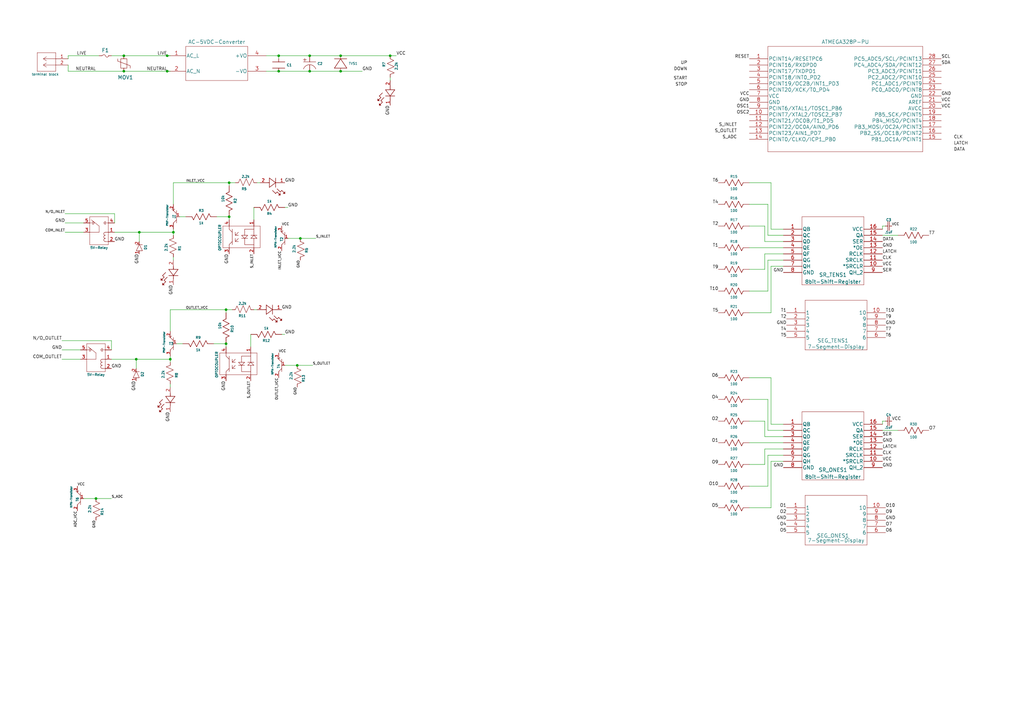
<source format=kicad_sch>
(kicad_sch (version 20230121) (generator eeschema)

  (uuid 87f0b9b3-8e27-4b23-bcb5-60960c672ecd)

  (paper "A3")

  (title_block
    (title "Project PSI")
    (date "2023-11-02")
    (rev "3")
  )

  (lib_symbols
    (symbol "pPSI:.1uF-Ceramic-Capacitor" (pin_numbers hide) (pin_names (offset 1.651) hide) (in_bom yes) (on_board yes)
      (property "Reference" "C" (at 3.81 3.81 0)
        (effects (font (size 1.524 1.524)))
      )
      (property "Value" ".1uF-Ceramic-Capacitor" (at 3.048 -3.429 0)
        (effects (font (size 1.524 1.524)))
      )
      (property "Footprint" "pPSI:.1uF ceramic capacitor" (at 3.683 -5.842 0)
        (effects (font (size 1.524 1.524)) hide)
      )
      (property "Datasheet" "" (at 0 0 0)
        (effects (font (size 1.524 1.524)))
      )
      (symbol ".1uF-Ceramic-Capacitor_1_1"
        (polyline
          (pts
            (xy 2.54 0)
            (xy 3.4798 0)
          )
          (stroke (width 0.2032) (type solid))
          (fill (type none))
        )
        (polyline
          (pts
            (xy 3.4798 -1.905)
            (xy 3.4798 1.905)
          )
          (stroke (width 0.2032) (type solid))
          (fill (type none))
        )
        (polyline
          (pts
            (xy 4.1148 -1.905)
            (xy 4.1148 1.905)
          )
          (stroke (width 0.2032) (type solid))
          (fill (type none))
        )
        (polyline
          (pts
            (xy 4.1148 0)
            (xy 5.08 0)
          )
          (stroke (width 0.2032) (type solid))
          (fill (type none))
        )
        (pin unspecified line (at 2.54 0 0) (length 0)
          (name "1" (effects (font (size 1.4986 1.4986))))
          (number "1" (effects (font (size 1.4986 1.4986))))
        )
        (pin unspecified line (at 5.08 0 180) (length 0)
          (name "2" (effects (font (size 1.4986 1.4986))))
          (number "2" (effects (font (size 1.4986 1.4986))))
        )
      )
    )
    (symbol "pPSI:100ohm-Resistor" (pin_numbers hide) (pin_names (offset -2.54) hide) (in_bom yes) (on_board yes)
      (property "Reference" "R" (at 5.588 3.302 0)
        (effects (font (size 1 1)))
      )
      (property "Value" "100ohm-Resistor" (at 6.35 -2.54 0)
        (effects (font (size 1 1)))
      )
      (property "Footprint" "pPSI:100ohm resistor" (at 5.969 -4.699 0)
        (effects (font (size 1.524 1.524)) hide)
      )
      (property "Datasheet" "" (at 0 0 0)
        (effects (font (size 1.524 1.524)))
      )
      (symbol "100ohm-Resistor_1_1"
        (polyline
          (pts
            (xy 2.54 0)
            (xy 3.175 1.27)
          )
          (stroke (width 0.2032) (type solid))
          (fill (type none))
        )
        (polyline
          (pts
            (xy 3.175 1.27)
            (xy 4.445 -1.27)
          )
          (stroke (width 0.2032) (type solid))
          (fill (type none))
        )
        (polyline
          (pts
            (xy 4.445 -1.27)
            (xy 5.715 1.27)
          )
          (stroke (width 0.2032) (type solid))
          (fill (type none))
        )
        (polyline
          (pts
            (xy 5.715 1.27)
            (xy 6.985 -1.27)
          )
          (stroke (width 0.2032) (type solid))
          (fill (type none))
        )
        (polyline
          (pts
            (xy 6.985 -1.27)
            (xy 8.255 1.27)
          )
          (stroke (width 0.2032) (type solid))
          (fill (type none))
        )
        (polyline
          (pts
            (xy 8.255 1.27)
            (xy 9.525 -1.27)
          )
          (stroke (width 0.2032) (type solid))
          (fill (type none))
        )
        (polyline
          (pts
            (xy 9.525 -1.27)
            (xy 10.16 0)
          )
          (stroke (width 0.2032) (type solid))
          (fill (type none))
        )
        (pin unspecified line (at 0 0 0) (length 2.54)
          (name "1" (effects (font (size 1.4986 1.4986))))
          (number "1" (effects (font (size 1.4986 1.4986))))
        )
        (pin unspecified line (at 12.7 0 180) (length 2.54)
          (name "2" (effects (font (size 1.4986 1.4986))))
          (number "2" (effects (font (size 1.4986 1.4986))))
        )
      )
    )
    (symbol "pPSI:10kohm-Resistor" (pin_numbers hide) (pin_names (offset -2.54) hide) (in_bom yes) (on_board yes)
      (property "Reference" "R" (at 5.588 3.81 0)
        (effects (font (size 1 1)))
      )
      (property "Value" "10kohm-Resistor" (at 6.731 -2.54 0)
        (effects (font (size 1 1)))
      )
      (property "Footprint" "pPSI:10kohm resistor" (at 6.604 -5.207 0)
        (effects (font (size 1.524 1.524)) hide)
      )
      (property "Datasheet" "" (at 0 0 0)
        (effects (font (size 1.524 1.524)))
      )
      (symbol "10kohm-Resistor_1_1"
        (polyline
          (pts
            (xy 2.54 0)
            (xy 3.175 1.27)
          )
          (stroke (width 0.2032) (type solid))
          (fill (type none))
        )
        (polyline
          (pts
            (xy 3.175 1.27)
            (xy 4.445 -1.27)
          )
          (stroke (width 0.2032) (type solid))
          (fill (type none))
        )
        (polyline
          (pts
            (xy 4.445 -1.27)
            (xy 5.715 1.27)
          )
          (stroke (width 0.2032) (type solid))
          (fill (type none))
        )
        (polyline
          (pts
            (xy 5.715 1.27)
            (xy 6.985 -1.27)
          )
          (stroke (width 0.2032) (type solid))
          (fill (type none))
        )
        (polyline
          (pts
            (xy 6.985 -1.27)
            (xy 8.255 1.27)
          )
          (stroke (width 0.2032) (type solid))
          (fill (type none))
        )
        (polyline
          (pts
            (xy 8.255 1.27)
            (xy 9.525 -1.27)
          )
          (stroke (width 0.2032) (type solid))
          (fill (type none))
        )
        (polyline
          (pts
            (xy 9.525 -1.27)
            (xy 10.16 0)
          )
          (stroke (width 0.2032) (type solid))
          (fill (type none))
        )
        (pin unspecified line (at 0 0 0) (length 2.54)
          (name "1" (effects (font (size 1.4986 1.4986))))
          (number "1" (effects (font (size 1.4986 1.4986))))
        )
        (pin unspecified line (at 12.7 0 180) (length 2.54)
          (name "2" (effects (font (size 1.4986 1.4986))))
          (number "2" (effects (font (size 1.4986 1.4986))))
        )
      )
    )
    (symbol "pPSI:1kohm-Resistor" (pin_numbers hide) (pin_names (offset -2.54) hide) (in_bom yes) (on_board yes)
      (property "Reference" "R" (at 5.715 3.429 0)
        (effects (font (size 1 1)))
      )
      (property "Value" "1kohm-Resistor" (at 6.223 -2.794 0)
        (effects (font (size 1 1)))
      )
      (property "Footprint" "pPSI:1kohm resistor" (at 6.223 -5.08 0)
        (effects (font (size 1.524 1.524)) hide)
      )
      (property "Datasheet" "" (at 0 0 0)
        (effects (font (size 1.524 1.524)))
      )
      (symbol "1kohm-Resistor_1_1"
        (polyline
          (pts
            (xy 2.54 0)
            (xy 3.175 1.27)
          )
          (stroke (width 0.2032) (type solid))
          (fill (type none))
        )
        (polyline
          (pts
            (xy 3.175 1.27)
            (xy 4.445 -1.27)
          )
          (stroke (width 0.2032) (type solid))
          (fill (type none))
        )
        (polyline
          (pts
            (xy 4.445 -1.27)
            (xy 5.715 1.27)
          )
          (stroke (width 0.2032) (type solid))
          (fill (type none))
        )
        (polyline
          (pts
            (xy 5.715 1.27)
            (xy 6.985 -1.27)
          )
          (stroke (width 0.2032) (type solid))
          (fill (type none))
        )
        (polyline
          (pts
            (xy 6.985 -1.27)
            (xy 8.255 1.27)
          )
          (stroke (width 0.2032) (type solid))
          (fill (type none))
        )
        (polyline
          (pts
            (xy 8.255 1.27)
            (xy 9.525 -1.27)
          )
          (stroke (width 0.2032) (type solid))
          (fill (type none))
        )
        (polyline
          (pts
            (xy 9.525 -1.27)
            (xy 10.16 0)
          )
          (stroke (width 0.2032) (type solid))
          (fill (type none))
        )
        (pin unspecified line (at 0 0 0) (length 2.54)
          (name "1" (effects (font (size 1.4986 1.4986))))
          (number "1" (effects (font (size 1.4986 1.4986))))
        )
        (pin unspecified line (at 12.7 0 180) (length 2.54)
          (name "2" (effects (font (size 1.4986 1.4986))))
          (number "2" (effects (font (size 1.4986 1.4986))))
        )
      )
    )
    (symbol "pPSI:1uF-Ceramic-Capacitor" (pin_numbers hide) (pin_names (offset 1.651) hide) (in_bom yes) (on_board yes)
      (property "Reference" "C" (at 4.81 1.27 0)
        (effects (font (size 1.524 1.524)))
      )
      (property "Value" "1uF-Ceramic-Capacitor" (at 7.112 -7.62 0)
        (effects (font (size 1.524 1.524)))
      )
      (property "Footprint" "pPSI:1uF ceramic capacitor" (at 6.35 -10.16 0)
        (effects (font (size 1.524 1.524)) hide)
      )
      (property "Datasheet" "" (at 1 -2.54 0)
        (effects (font (size 1.524 1.524)))
      )
      (symbol "1uF-Ceramic-Capacitor_1_1"
        (polyline
          (pts
            (xy 3.81 -5.08)
            (xy 3.81 0)
          )
          (stroke (width 0.2032) (type solid))
          (fill (type none))
        )
        (polyline
          (pts
            (xy 6.35 -5.08)
            (xy 6.35 0)
          )
          (stroke (width 0.2032) (type solid))
          (fill (type none))
        )
        (pin unspecified line (at 2.54 -2.54 0) (length 1.27)
          (name "" (effects (font (size 1.4986 1.4986))))
          (number "1" (effects (font (size 1.4986 1.4986))))
        )
        (pin unspecified line (at 7.62 -2.54 180) (length 1.27)
          (name "" (effects (font (size 1.4986 1.4986))))
          (number "2" (effects (font (size 1.4986 1.4986))))
        )
      )
    )
    (symbol "pPSI:2-pin-terminal-block" (pin_names (offset 0.254)) (in_bom yes) (on_board yes)
      (property "Reference" "J" (at 8.89 3.81 0)
        (effects (font (size 1.524 1.524)))
      )
      (property "Value" "terminal block" (at 8.89 -7.62 0)
        (effects (font (size 1 1)))
      )
      (property "Footprint" "CONN2_020000_WED" (at 8.89 -10.16 0)
        (effects (font (size 1.27 1.27) italic) hide)
      )
      (property "Datasheet" "1716020000" (at 8.89 -12.7 0)
        (effects (font (size 1.27 1.27) italic) hide)
      )
      (property "ki_locked" "" (at 0 0 0)
        (effects (font (size 1.27 1.27)))
      )
      (property "ki_keywords" "1716020000" (at 0 0 0)
        (effects (font (size 1.27 1.27)) hide)
      )
      (property "ki_fp_filters" "CONN2_020000_WED" (at 0 0 0)
        (effects (font (size 1.27 1.27)) hide)
      )
      (symbol "2-pin-terminal-block_1_1"
        (polyline
          (pts
            (xy 5.08 -5.08)
            (xy 12.7 -5.08)
          )
          (stroke (width 0.127) (type default))
          (fill (type none))
        )
        (polyline
          (pts
            (xy 5.08 2.54)
            (xy 5.08 -5.08)
          )
          (stroke (width 0.127) (type default))
          (fill (type none))
        )
        (polyline
          (pts
            (xy 10.16 -2.54)
            (xy 5.08 -2.54)
          )
          (stroke (width 0.127) (type default))
          (fill (type none))
        )
        (polyline
          (pts
            (xy 10.16 -2.54)
            (xy 8.89 -3.3867)
          )
          (stroke (width 0.127) (type default))
          (fill (type none))
        )
        (polyline
          (pts
            (xy 10.16 -2.54)
            (xy 8.89 -1.6933)
          )
          (stroke (width 0.127) (type default))
          (fill (type none))
        )
        (polyline
          (pts
            (xy 10.16 0)
            (xy 5.08 0)
          )
          (stroke (width 0.127) (type default))
          (fill (type none))
        )
        (polyline
          (pts
            (xy 10.16 0)
            (xy 8.89 -0.8467)
          )
          (stroke (width 0.127) (type default))
          (fill (type none))
        )
        (polyline
          (pts
            (xy 10.16 0)
            (xy 8.89 0.8467)
          )
          (stroke (width 0.127) (type default))
          (fill (type none))
        )
        (polyline
          (pts
            (xy 12.7 -5.08)
            (xy 12.7 2.54)
          )
          (stroke (width 0.127) (type default))
          (fill (type none))
        )
        (polyline
          (pts
            (xy 12.7 2.54)
            (xy 5.08 2.54)
          )
          (stroke (width 0.127) (type default))
          (fill (type none))
        )
        (pin unspecified line (at 0 0 0) (length 5.08)
          (name "" (effects (font (size 1.27 1.27))))
          (number "1" (effects (font (size 1.27 1.27))))
        )
        (pin unspecified line (at 0 -2.54 0) (length 5.08)
          (name "" (effects (font (size 1.27 1.27))))
          (number "2" (effects (font (size 1.27 1.27))))
        )
      )
      (symbol "2-pin-terminal-block_1_2"
        (polyline
          (pts
            (xy 5.08 -5.08)
            (xy 12.7 -5.08)
          )
          (stroke (width 0.127) (type default))
          (fill (type none))
        )
        (polyline
          (pts
            (xy 5.08 2.54)
            (xy 5.08 -5.08)
          )
          (stroke (width 0.127) (type default))
          (fill (type none))
        )
        (polyline
          (pts
            (xy 7.62 -2.54)
            (xy 5.08 -2.54)
          )
          (stroke (width 0.127) (type default))
          (fill (type none))
        )
        (polyline
          (pts
            (xy 7.62 -2.54)
            (xy 8.89 -3.3867)
          )
          (stroke (width 0.127) (type default))
          (fill (type none))
        )
        (polyline
          (pts
            (xy 7.62 -2.54)
            (xy 8.89 -1.6933)
          )
          (stroke (width 0.127) (type default))
          (fill (type none))
        )
        (polyline
          (pts
            (xy 7.62 0)
            (xy 5.08 0)
          )
          (stroke (width 0.127) (type default))
          (fill (type none))
        )
        (polyline
          (pts
            (xy 7.62 0)
            (xy 8.89 -0.8467)
          )
          (stroke (width 0.127) (type default))
          (fill (type none))
        )
        (polyline
          (pts
            (xy 7.62 0)
            (xy 8.89 0.8467)
          )
          (stroke (width 0.127) (type default))
          (fill (type none))
        )
        (polyline
          (pts
            (xy 12.7 -5.08)
            (xy 12.7 2.54)
          )
          (stroke (width 0.127) (type default))
          (fill (type none))
        )
        (polyline
          (pts
            (xy 12.7 2.54)
            (xy 5.08 2.54)
          )
          (stroke (width 0.127) (type default))
          (fill (type none))
        )
        (pin unspecified line (at 0 0 0) (length 5.08)
          (name "1" (effects (font (size 1.27 1.27))))
          (number "1" (effects (font (size 1.27 1.27))))
        )
        (pin unspecified line (at 0 -2.54 0) (length 5.08)
          (name "2" (effects (font (size 1.27 1.27))))
          (number "2" (effects (font (size 1.27 1.27))))
        )
      )
    )
    (symbol "pPSI:2.2kohm-Resistor" (pin_numbers hide) (pin_names (offset -2.54) hide) (in_bom yes) (on_board yes)
      (property "Reference" "R" (at 2.032 -7.112 90)
        (effects (font (size 1 1)))
      )
      (property "Value" "2.2kohm-Resistor" (at 8.001 -5.334 90)
        (effects (font (size 1 1)))
      )
      (property "Footprint" "pPSI:2.2kohm resistor" (at 11.684 -5.08 90)
        (effects (font (size 1.524 1.524)) hide)
      )
      (property "Datasheet" "" (at 5.08 -11.43 90)
        (effects (font (size 1.524 1.524)))
      )
      (symbol "2.2kohm-Resistor_0_1"
        (polyline
          (pts
            (xy 5.08 -6.35)
            (xy 3.3847 -5.7699)
            (xy 6.3059 -4.4634)
            (xy 3.4581 -3.2157)
            (xy 6.3059 -1.9092)
            (xy 3.5604 -0.6828)
            (xy 5.08 0)
          )
          (stroke (width 0) (type default))
          (fill (type none))
        )
      )
      (symbol "2.2kohm-Resistor_1_1"
        (pin unspecified line (at 5.08 -7.62 90) (length 1.27)
          (name "1" (effects (font (size 1.4986 1.4986))))
          (number "1" (effects (font (size 1.4986 1.4986))))
        )
        (pin unspecified line (at 5.08 1.27 270) (length 1.27)
          (name "2" (effects (font (size 1.4986 1.4986))))
          (number "2" (effects (font (size 1.4986 1.4986))))
        )
      )
    )
    (symbol "pPSI:220uF-Electrolytic-Capacitor" (pin_numbers hide) (pin_names (offset 1.651) hide) (in_bom yes) (on_board yes)
      (property "Reference" "C" (at 13.97 -3.81 90)
        (effects (font (size 1.524 1.524)))
      )
      (property "Value" "220uF-Electrolytic-Capacitor" (at 3.8888 -5.6454 90)
        (effects (font (size 1.524 1.524)))
      )
      (property "Footprint" "pPSI:220uF electrolytic capacitor" (at 0.5868 -6.6614 90)
        (effects (font (size 1.524 1.524)) hide)
      )
      (property "Datasheet" "" (at -1.1912 -0.5654 90)
        (effects (font (size 1.524 1.524)))
      )
      (symbol "220uF-Electrolytic-Capacitor_0_1"
        (polyline
          (pts
            (xy 6.295 -1.6767)
            (xy 7.565 -1.6767)
          )
          (stroke (width 0) (type solid))
          (fill (type none))
        )
        (polyline
          (pts
            (xy 6.93 -1.0417)
            (xy 6.93 -2.3117)
          )
          (stroke (width 0) (type solid))
          (fill (type none))
        )
        (polyline
          (pts
            (xy 11.43 -2.54)
            (xy 6.35 -2.54)
          )
          (stroke (width 0) (type solid))
          (fill (type none))
        )
        (arc (start 11.43 -5.4716) (mid 8.89 -3.6624) (end 6.35 -5.4716)
          (stroke (width 0) (type solid))
          (fill (type none))
        )
      )
      (symbol "220uF-Electrolytic-Capacitor_1_1"
        (pin unspecified line (at 8.89 0 270) (length 2.54)
          (name "" (effects (font (size 1.4986 1.4986))))
          (number "1" (effects (font (size 1.4986 1.4986))))
        )
        (pin unspecified line (at 8.89 -6.35 90) (length 2.54)
          (name "" (effects (font (size 1.4986 1.4986))))
          (number "2" (effects (font (size 1.4986 1.4986))))
        )
      )
    )
    (symbol "pPSI:470V-Varistor" (pin_numbers hide) (pin_names hide) (in_bom yes) (on_board yes)
      (property "Reference" "MOV" (at -2.413 -3.556 90)
        (effects (font (size 1.524 1.524)))
      )
      (property "Value" "470V-Varistor" (at 7.62 -2.54 90)
        (effects (font (size 1.524 1.524)))
      )
      (property "Footprint" "pPSI:470V Varistor" (at 11.811 -0.762 90)
        (effects (font (size 1.524 1.524)) hide)
      )
      (property "Datasheet" "" (at 3.81 -5.08 90)
        (effects (font (size 1.524 1.524)))
      )
      (symbol "470V-Varistor_0_1"
        (polyline
          (pts
            (xy 0 -1.27)
            (xy 0.0128 -2.2082)
            (xy 5.1222 -4.0901)
            (xy 5.1223 -5.1185)
          )
          (stroke (width 0) (type default))
          (fill (type none))
        )
        (rectangle (start 1.27 -1.27) (end 3.81 -5.08)
          (stroke (width 0) (type solid))
          (fill (type none))
        )
      )
      (symbol "470V-Varistor_1_1"
        (pin unspecified line (at 2.54 -6.35 90) (length 1.27)
          (name "1" (effects (font (size 1.4986 1.4986))))
          (number "1" (effects (font (size 1.4986 1.4986))))
        )
        (pin unspecified line (at 2.54 0 270) (length 1.27)
          (name "2" (effects (font (size 1.4986 1.4986))))
          (number "2" (effects (font (size 1.4986 1.4986))))
        )
      )
    )
    (symbol "pPSI:5V-Relay" (pin_names (offset 0.254)) (in_bom yes) (on_board yes)
      (property "Reference" "" (at 0 0 0)
        (effects (font (size 1.524 1.524)))
      )
      (property "Value" "5V-Relay" (at 11.684 4.318 0)
        (effects (font (size 1.524 1.524)))
      )
      (property "Footprint" "pPSI:5V Relay" (at 12.319 -12.065 0)
        (effects (font (size 1.524 1.524)) hide)
      )
      (property "Datasheet" "" (at 0 0 0)
        (effects (font (size 1.524 1.524)))
      )
      (symbol "5V-Relay_0_1"
        (polyline
          (pts
            (xy 8.89 -7.62)
            (xy 7.62 -7.62)
          )
          (stroke (width 0) (type default))
          (fill (type none))
        )
        (polyline
          (pts
            (xy 8.89 -3.81)
            (xy 7.62 -3.81)
          )
          (stroke (width 0) (type default))
          (fill (type none))
        )
        (arc (start 8.89 -7.62) (mid 9.5029 -6.985) (end 8.89 -6.35)
          (stroke (width 0) (type default))
          (fill (type none))
        )
        (arc (start 8.89 -6.35) (mid 8.89 -6.35) (end 8.89 -6.35)
          (stroke (width 0) (type default))
          (fill (type none))
        )
        (arc (start 8.89 -6.35) (mid 9.5029 -5.715) (end 8.89 -5.08)
          (stroke (width 0) (type default))
          (fill (type none))
        )
        (arc (start 8.89 -5.08) (mid 9.5029 -4.445) (end 8.89 -3.81)
          (stroke (width 0) (type default))
          (fill (type none))
        )
      )
      (symbol "5V-Relay_1_1"
        (polyline
          (pts
            (xy 7.62 -8.89)
            (xy 15.24 -8.89)
          )
          (stroke (width 0.127) (type solid))
          (fill (type none))
        )
        (polyline
          (pts
            (xy 7.62 0)
            (xy 8.89 0)
          )
          (stroke (width 0.127) (type solid))
          (fill (type none))
        )
        (polyline
          (pts
            (xy 7.62 2.54)
            (xy 7.62 -8.89)
          )
          (stroke (width 0.127) (type solid))
          (fill (type none))
        )
        (polyline
          (pts
            (xy 7.62 2.54)
            (xy 15.24 2.54)
          )
          (stroke (width 0.127) (type solid))
          (fill (type none))
        )
        (polyline
          (pts
            (xy 8.89 -0.635)
            (xy 9.525 0)
          )
          (stroke (width 0.127) (type solid))
          (fill (type none))
        )
        (polyline
          (pts
            (xy 8.89 0.635)
            (xy 8.89 -0.635)
          )
          (stroke (width 0.127) (type solid))
          (fill (type none))
        )
        (polyline
          (pts
            (xy 8.89 0.635)
            (xy 9.525 0)
          )
          (stroke (width 0.127) (type solid))
          (fill (type none))
        )
        (polyline
          (pts
            (xy 11.43 -3.81)
            (xy 11.43 -1.27)
          )
          (stroke (width 0.127) (type solid))
          (fill (type none))
        )
        (polyline
          (pts
            (xy 11.43 -3.81)
            (xy 15.24 -3.81)
          )
          (stroke (width 0.127) (type solid))
          (fill (type none))
        )
        (polyline
          (pts
            (xy 11.43 -1.27)
            (xy 14.605 1.27)
          )
          (stroke (width 0.127) (type solid))
          (fill (type none))
        )
        (polyline
          (pts
            (xy 13.335 0)
            (xy 13.97 -0.635)
          )
          (stroke (width 0.127) (type solid))
          (fill (type none))
        )
        (polyline
          (pts
            (xy 13.97 -0.635)
            (xy 13.97 0.635)
          )
          (stroke (width 0.127) (type solid))
          (fill (type none))
        )
        (polyline
          (pts
            (xy 13.97 0.635)
            (xy 13.335 0)
          )
          (stroke (width 0.127) (type solid))
          (fill (type none))
        )
        (polyline
          (pts
            (xy 15.24 0)
            (xy 13.97 0)
          )
          (stroke (width 0.127) (type solid))
          (fill (type none))
        )
        (polyline
          (pts
            (xy 15.24 2.54)
            (xy 15.24 -8.89)
          )
          (stroke (width 0.127) (type solid))
          (fill (type none))
        )
        (pin unspecified line (at 5.08 -3.81 0) (length 2.54)
          (name "" (effects (font (size 1.27 1.27))))
          (number "1" (effects (font (size 1.27 1.27))))
        )
        (pin unspecified line (at 5.08 -7.62 0) (length 2.54)
          (name "~" (effects (font (size 1.27 1.27))))
          (number "2" (effects (font (size 1.27 1.27))))
        )
        (pin unspecified line (at 17.78 -3.81 180) (length 2.54)
          (name "~" (effects (font (size 1.27 1.27))))
          (number "3" (effects (font (size 1.27 1.27))))
        )
        (pin unspecified line (at 5.08 0 0) (length 2.54)
          (name "~" (effects (font (size 1.27 1.27))))
          (number "4" (effects (font (size 1.27 1.27))))
        )
        (pin unspecified line (at 17.78 0 180) (length 2.54)
          (name "~" (effects (font (size 1.27 1.27))))
          (number "5" (effects (font (size 1.27 1.27))))
        )
      )
    )
    (symbol "pPSI:7-Segment-Display" (pin_names (offset 0.254)) (in_bom yes) (on_board yes)
      (property "Reference" "" (at 0 0 0)
        (effects (font (size 1.524 1.524)))
      )
      (property "Value" "7-Segment-Display" (at 20.32 6.35 0)
        (effects (font (size 1.524 1.524)))
      )
      (property "Footprint" "pPSI:7 segment display" (at 20.701 -17.399 0)
        (effects (font (size 1.524 1.524)) hide)
      )
      (property "Datasheet" "" (at 0 0 0)
        (effects (font (size 1.524 1.524)))
      )
      (symbol "7-Segment-Display_1_1"
        (polyline
          (pts
            (xy 7.62 -15.24)
            (xy 33.02 -15.24)
          )
          (stroke (width 0.127) (type solid))
          (fill (type none))
        )
        (polyline
          (pts
            (xy 7.62 5.08)
            (xy 7.62 -15.24)
          )
          (stroke (width 0.127) (type solid))
          (fill (type none))
        )
        (polyline
          (pts
            (xy 33.02 -15.24)
            (xy 33.02 5.08)
          )
          (stroke (width 0.127) (type solid))
          (fill (type none))
        )
        (polyline
          (pts
            (xy 33.02 5.08)
            (xy 7.62 5.08)
          )
          (stroke (width 0.127) (type solid))
          (fill (type none))
        )
        (pin unspecified line (at 0 0 0) (length 7.62)
          (name "1" (effects (font (size 1.4986 1.4986))))
          (number "1" (effects (font (size 1.4986 1.4986))))
        )
        (pin unspecified line (at 40.64 0 180) (length 7.62)
          (name "10" (effects (font (size 1.4986 1.4986))))
          (number "10" (effects (font (size 1.4986 1.4986))))
        )
        (pin unspecified line (at 0 -2.54 0) (length 7.62)
          (name "2" (effects (font (size 1.4986 1.4986))))
          (number "2" (effects (font (size 1.4986 1.4986))))
        )
        (pin unspecified line (at 0 -5.08 0) (length 7.62)
          (name "3" (effects (font (size 1.4986 1.4986))))
          (number "3" (effects (font (size 1.4986 1.4986))))
        )
        (pin unspecified line (at 0 -7.62 0) (length 7.62)
          (name "4" (effects (font (size 1.4986 1.4986))))
          (number "4" (effects (font (size 1.4986 1.4986))))
        )
        (pin unspecified line (at 0 -10.16 0) (length 7.62)
          (name "5" (effects (font (size 1.4986 1.4986))))
          (number "5" (effects (font (size 1.4986 1.4986))))
        )
        (pin unspecified line (at 40.64 -10.16 180) (length 7.62)
          (name "6" (effects (font (size 1.4986 1.4986))))
          (number "6" (effects (font (size 1.4986 1.4986))))
        )
        (pin unspecified line (at 40.64 -7.62 180) (length 7.62)
          (name "7" (effects (font (size 1.4986 1.4986))))
          (number "7" (effects (font (size 1.4986 1.4986))))
        )
        (pin unspecified line (at 40.64 -5.08 180) (length 7.62)
          (name "8" (effects (font (size 1.4986 1.4986))))
          (number "8" (effects (font (size 1.4986 1.4986))))
        )
        (pin unspecified line (at 40.64 -2.54 180) (length 7.62)
          (name "9" (effects (font (size 1.4986 1.4986))))
          (number "9" (effects (font (size 1.4986 1.4986))))
        )
      )
    )
    (symbol "pPSI:7A-TVS-DIODE" (pin_numbers hide) (pin_names (offset -1.651) hide) (in_bom yes) (on_board yes)
      (property "Reference" "TVS" (at 0 -2.794 90)
        (effects (font (size 1.524 1.524)))
      )
      (property "Value" "7A-TVS-DIODE" (at 7.493 -2.921 90)
        (effects (font (size 1.524 1.524)))
      )
      (property "Footprint" "pPSI:7A TVS diode" (at 10.16 -2.54 90)
        (effects (font (size 1.524 1.524)) hide)
      )
      (property "Datasheet" "" (at 3.81 -7.62 90)
        (effects (font (size 1.524 1.524)))
      )
      (symbol "7A-TVS-DIODE_1_1"
        (polyline
          (pts
            (xy 1.27 -5.08)
            (xy 6.35 -5.08)
          )
          (stroke (width 0.2032) (type solid))
          (fill (type none))
        )
        (polyline
          (pts
            (xy 3.81 -1.27)
            (xy 1.27 -5.08)
          )
          (stroke (width 0.2032) (type solid))
          (fill (type none))
        )
        (polyline
          (pts
            (xy 6.35 -5.08)
            (xy 3.81 -1.27)
          )
          (stroke (width 0.2032) (type solid))
          (fill (type none))
        )
        (polyline
          (pts
            (xy 6.35 -1.27)
            (xy 1.27 -1.27)
          )
          (stroke (width 0.2032) (type solid))
          (fill (type none))
        )
        (pin unspecified line (at 3.81 0 270) (length 1.27)
          (name "" (effects (font (size 1.4986 1.4986))))
          (number "1" (effects (font (size 1.4986 1.4986))))
        )
        (pin unspecified line (at 3.81 -6.35 90) (length 1.27)
          (name "" (effects (font (size 1.4986 1.4986))))
          (number "2" (effects (font (size 1.4986 1.4986))))
        )
      )
    )
    (symbol "pPSI:8bit-Shift-Register" (pin_names (offset 0.254)) (in_bom yes) (on_board yes)
      (property "Reference" "" (at 0 0 0)
        (effects (font (size 1.524 1.524)))
      )
      (property "Value" "8bit-Shift-Register" (at 20.32 6.35 0)
        (effects (font (size 1.524 1.524)))
      )
      (property "Footprint" "pPSI:8 bit shift register" (at 20.828 -24.384 0)
        (effects (font (size 1.524 1.524)) hide)
      )
      (property "Datasheet" "" (at 0 0 0)
        (effects (font (size 1.524 1.524)))
      )
      (symbol "8bit-Shift-Register_1_1"
        (polyline
          (pts
            (xy 7.62 -22.86)
            (xy 33.02 -22.86)
          )
          (stroke (width 0.127) (type solid))
          (fill (type none))
        )
        (polyline
          (pts
            (xy 7.62 5.08)
            (xy 7.62 -22.86)
          )
          (stroke (width 0.127) (type solid))
          (fill (type none))
        )
        (polyline
          (pts
            (xy 33.02 -22.86)
            (xy 33.02 5.08)
          )
          (stroke (width 0.127) (type solid))
          (fill (type none))
        )
        (polyline
          (pts
            (xy 33.02 5.08)
            (xy 7.62 5.08)
          )
          (stroke (width 0.127) (type solid))
          (fill (type none))
        )
        (pin output line (at 0 0 0) (length 7.62)
          (name "QB" (effects (font (size 1.4986 1.4986))))
          (number "1" (effects (font (size 1.4986 1.4986))))
        )
        (pin input line (at 40.64 -15.24 180) (length 7.62)
          (name "*SRCLR" (effects (font (size 1.4986 1.4986))))
          (number "10" (effects (font (size 1.4986 1.4986))))
        )
        (pin input line (at 40.64 -12.7 180) (length 7.62)
          (name "SRCLK" (effects (font (size 1.4986 1.4986))))
          (number "11" (effects (font (size 1.4986 1.4986))))
        )
        (pin input line (at 40.64 -10.16 180) (length 7.62)
          (name "RCLK" (effects (font (size 1.4986 1.4986))))
          (number "12" (effects (font (size 1.4986 1.4986))))
        )
        (pin input line (at 40.64 -7.62 180) (length 7.62)
          (name "*OE" (effects (font (size 1.4986 1.4986))))
          (number "13" (effects (font (size 1.4986 1.4986))))
        )
        (pin input line (at 40.64 -5.08 180) (length 7.62)
          (name "SER" (effects (font (size 1.4986 1.4986))))
          (number "14" (effects (font (size 1.4986 1.4986))))
        )
        (pin output line (at 40.64 -2.54 180) (length 7.62)
          (name "QA" (effects (font (size 1.4986 1.4986))))
          (number "15" (effects (font (size 1.4986 1.4986))))
        )
        (pin power_in line (at 40.64 0 180) (length 7.62)
          (name "VCC" (effects (font (size 1.4986 1.4986))))
          (number "16" (effects (font (size 1.4986 1.4986))))
        )
        (pin output line (at 0 -2.54 0) (length 7.62)
          (name "QC" (effects (font (size 1.4986 1.4986))))
          (number "2" (effects (font (size 1.4986 1.4986))))
        )
        (pin output line (at 0 -5.08 0) (length 7.62)
          (name "QD" (effects (font (size 1.4986 1.4986))))
          (number "3" (effects (font (size 1.4986 1.4986))))
        )
        (pin output line (at 0 -7.62 0) (length 7.62)
          (name "QE" (effects (font (size 1.4986 1.4986))))
          (number "4" (effects (font (size 1.4986 1.4986))))
        )
        (pin output line (at 0 -10.16 0) (length 7.62)
          (name "QF" (effects (font (size 1.4986 1.4986))))
          (number "5" (effects (font (size 1.4986 1.4986))))
        )
        (pin output line (at 0 -12.7 0) (length 7.62)
          (name "QG" (effects (font (size 1.4986 1.4986))))
          (number "6" (effects (font (size 1.4986 1.4986))))
        )
        (pin output line (at 0 -15.24 0) (length 7.62)
          (name "QH" (effects (font (size 1.4986 1.4986))))
          (number "7" (effects (font (size 1.4986 1.4986))))
        )
        (pin power_in line (at 0 -17.78 0) (length 7.62)
          (name "GND" (effects (font (size 1.4986 1.4986))))
          (number "8" (effects (font (size 1.4986 1.4986))))
        )
        (pin output line (at 40.64 -17.78 180) (length 7.62)
          (name "QH_2" (effects (font (size 1.4986 1.4986))))
          (number "9" (effects (font (size 1.4986 1.4986))))
        )
      )
    )
    (symbol "pPSI:AC-5VDC-Converter" (pin_names (offset 0.254)) (in_bom yes) (on_board yes)
      (property "Reference" "" (at 0 0 0)
        (effects (font (size 1.524 1.524)))
      )
      (property "Value" "AC-5VDC-Converter" (at 19.812 6.35 0)
        (effects (font (size 1.524 1.524)))
      )
      (property "Footprint" "pPSI:ac-dc converter" (at 20.32 -10.16 0)
        (effects (font (size 1.524 1.524)) hide)
      )
      (property "Datasheet" "" (at 0 0 0)
        (effects (font (size 1.524 1.524)))
      )
      (symbol "AC-5VDC-Converter_1_1"
        (polyline
          (pts
            (xy 7.62 -8.89)
            (xy 33.02 -8.89)
          )
          (stroke (width 0.127) (type solid))
          (fill (type none))
        )
        (polyline
          (pts
            (xy 7.62 5.08)
            (xy 7.62 -8.89)
          )
          (stroke (width 0.127) (type solid))
          (fill (type none))
        )
        (polyline
          (pts
            (xy 33.02 -8.89)
            (xy 33.02 5.08)
          )
          (stroke (width 0.127) (type solid))
          (fill (type none))
        )
        (polyline
          (pts
            (xy 33.02 5.08)
            (xy 7.62 5.08)
          )
          (stroke (width 0.127) (type solid))
          (fill (type none))
        )
        (pin unspecified line (at 0 1.27 0) (length 7.62)
          (name "AC_L" (effects (font (size 1.4986 1.4986))))
          (number "1" (effects (font (size 1.4986 1.4986))))
        )
        (pin unspecified line (at 0 -5.08 0) (length 7.62)
          (name "AC_N" (effects (font (size 1.4986 1.4986))))
          (number "2" (effects (font (size 1.4986 1.4986))))
        )
        (pin power_in line (at 40.64 -5.08 180) (length 7.62)
          (name "-VO" (effects (font (size 1.4986 1.4986))))
          (number "3" (effects (font (size 1.4986 1.4986))))
        )
        (pin power_in line (at 40.64 1.27 180) (length 7.62)
          (name "+VO" (effects (font (size 1.4986 1.4986))))
          (number "4" (effects (font (size 1.4986 1.4986))))
        )
      )
    )
    (symbol "pPSI:ATMEGA328P-PU" (pin_names (offset 0.254)) (in_bom yes) (on_board yes)
      (property "Reference" "" (at 35.56 -1.27 0)
        (effects (font (size 1.524 1.524)))
      )
      (property "Value" "ATMEGA328P-PU" (at 96.52 6.35 0)
        (effects (font (size 1.524 1.524)))
      )
      (property "Footprint" "pPSI:ATMEGA328P-PU" (at 98.425 -41.91 0)
        (effects (font (size 1.524 1.524)) hide)
      )
      (property "Datasheet" "" (at 35.56 -1.27 0)
        (effects (font (size 1.524 1.524)))
      )
      (symbol "ATMEGA328P-PU_1_1"
        (polyline
          (pts
            (xy 43.18 -39.37)
            (xy 106.68 -39.37)
          )
          (stroke (width 0.127) (type solid))
          (fill (type none))
        )
        (polyline
          (pts
            (xy 43.18 3.81)
            (xy 43.18 -39.37)
          )
          (stroke (width 0.127) (type solid))
          (fill (type none))
        )
        (polyline
          (pts
            (xy 106.68 -39.37)
            (xy 106.68 3.81)
          )
          (stroke (width 0.127) (type solid))
          (fill (type none))
        )
        (polyline
          (pts
            (xy 106.68 3.81)
            (xy 43.18 3.81)
          )
          (stroke (width 0.127) (type solid))
          (fill (type none))
        )
        (pin bidirectional line (at 35.56 -1.27 0) (length 7.62)
          (name "PCINT14/RESETPC6" (effects (font (size 1.4986 1.4986))))
          (number "1" (effects (font (size 1.4986 1.4986))))
        )
        (pin bidirectional line (at 35.56 -24.13 0) (length 7.62)
          (name "PCINT7/XTAL2/TOSC2_PB7" (effects (font (size 1.4986 1.4986))))
          (number "10" (effects (font (size 1.4986 1.4986))))
        )
        (pin bidirectional line (at 35.56 -26.67 0) (length 7.62)
          (name "PCINT21/OC0B/T1_PD5" (effects (font (size 1.4986 1.4986))))
          (number "11" (effects (font (size 1.4986 1.4986))))
        )
        (pin bidirectional line (at 35.56 -29.21 0) (length 7.62)
          (name "PCINT22/OC0A/AIN0_PD6" (effects (font (size 1.4986 1.4986))))
          (number "12" (effects (font (size 1.4986 1.4986))))
        )
        (pin bidirectional line (at 35.56 -31.75 0) (length 7.62)
          (name "PCINT23/AIN1_PD7" (effects (font (size 1.4986 1.4986))))
          (number "13" (effects (font (size 1.4986 1.4986))))
        )
        (pin bidirectional line (at 35.56 -34.29 0) (length 7.62)
          (name "PCINT0/CLKO/ICP1_PB0" (effects (font (size 1.4986 1.4986))))
          (number "14" (effects (font (size 1.4986 1.4986))))
        )
        (pin bidirectional line (at 114.3 -34.29 180) (length 7.62)
          (name "PB1_OC1A/PCINT1" (effects (font (size 1.4986 1.4986))))
          (number "15" (effects (font (size 1.4986 1.4986))))
        )
        (pin bidirectional line (at 114.3 -31.75 180) (length 7.62)
          (name "PB2_SS/OC1B/PCINT2" (effects (font (size 1.4986 1.4986))))
          (number "16" (effects (font (size 1.4986 1.4986))))
        )
        (pin bidirectional line (at 114.3 -29.21 180) (length 7.62)
          (name "PB3_MOSI/OC2A/PCINT3" (effects (font (size 1.4986 1.4986))))
          (number "17" (effects (font (size 1.4986 1.4986))))
        )
        (pin bidirectional line (at 114.3 -26.67 180) (length 7.62)
          (name "PB4_MISO/PCINT4" (effects (font (size 1.4986 1.4986))))
          (number "18" (effects (font (size 1.4986 1.4986))))
        )
        (pin bidirectional line (at 114.3 -24.13 180) (length 7.62)
          (name "PB5_SCK/PCINT5" (effects (font (size 1.4986 1.4986))))
          (number "19" (effects (font (size 1.4986 1.4986))))
        )
        (pin bidirectional line (at 35.56 -3.81 0) (length 7.62)
          (name "PCINT16/RXDPD0" (effects (font (size 1.4986 1.4986))))
          (number "2" (effects (font (size 1.4986 1.4986))))
        )
        (pin power_in line (at 114.3 -21.59 180) (length 7.62)
          (name "AVCC" (effects (font (size 1.4986 1.4986))))
          (number "20" (effects (font (size 1.4986 1.4986))))
        )
        (pin unspecified line (at 114.3 -19.05 180) (length 7.62)
          (name "AREF" (effects (font (size 1.4986 1.4986))))
          (number "21" (effects (font (size 1.4986 1.4986))))
        )
        (pin power_in line (at 114.3 -16.51 180) (length 7.62)
          (name "GND" (effects (font (size 1.4986 1.4986))))
          (number "22" (effects (font (size 1.4986 1.4986))))
        )
        (pin bidirectional line (at 114.3 -13.97 180) (length 7.62)
          (name "PC0_ADC0/PCINT8" (effects (font (size 1.4986 1.4986))))
          (number "23" (effects (font (size 1.4986 1.4986))))
        )
        (pin bidirectional line (at 114.3 -11.43 180) (length 7.62)
          (name "PC1_ADC1/PCINT9" (effects (font (size 1.4986 1.4986))))
          (number "24" (effects (font (size 1.4986 1.4986))))
        )
        (pin bidirectional line (at 114.3 -8.89 180) (length 7.62)
          (name "PC2_ADC2/PCINT10" (effects (font (size 1.4986 1.4986))))
          (number "25" (effects (font (size 1.4986 1.4986))))
        )
        (pin bidirectional line (at 114.3 -6.35 180) (length 7.62)
          (name "PC3_ADC3/PCINT11" (effects (font (size 1.4986 1.4986))))
          (number "26" (effects (font (size 1.4986 1.4986))))
        )
        (pin bidirectional line (at 114.3 -3.81 180) (length 7.62)
          (name "PC4_ADC4/SDA/PCINT12" (effects (font (size 1.4986 1.4986))))
          (number "27" (effects (font (size 1.4986 1.4986))))
        )
        (pin bidirectional line (at 114.3 -1.27 180) (length 7.62)
          (name "PC5_ADC5/SCL/PCINT13" (effects (font (size 1.4986 1.4986))))
          (number "28" (effects (font (size 1.4986 1.4986))))
        )
        (pin bidirectional line (at 35.56 -6.35 0) (length 7.62)
          (name "PCINT17/TXDPD1" (effects (font (size 1.4986 1.4986))))
          (number "3" (effects (font (size 1.4986 1.4986))))
        )
        (pin bidirectional line (at 35.56 -8.89 0) (length 7.62)
          (name "PCINT18/INT0_PD2" (effects (font (size 1.4986 1.4986))))
          (number "4" (effects (font (size 1.4986 1.4986))))
        )
        (pin bidirectional line (at 35.56 -11.43 0) (length 7.62)
          (name "PCINT19/OC2B/INT1_PD3" (effects (font (size 1.4986 1.4986))))
          (number "5" (effects (font (size 1.4986 1.4986))))
        )
        (pin bidirectional line (at 35.56 -13.97 0) (length 7.62)
          (name "PCINT20/XCK/T0_PD4" (effects (font (size 1.4986 1.4986))))
          (number "6" (effects (font (size 1.4986 1.4986))))
        )
        (pin power_in line (at 35.56 -16.51 0) (length 7.62)
          (name "VCC" (effects (font (size 1.4986 1.4986))))
          (number "7" (effects (font (size 1.4986 1.4986))))
        )
        (pin power_in line (at 35.56 -19.05 0) (length 7.62)
          (name "GND" (effects (font (size 1.4986 1.4986))))
          (number "8" (effects (font (size 1.4986 1.4986))))
        )
        (pin bidirectional line (at 35.56 -21.59 0) (length 7.62)
          (name "PCINT6/XTAL1/TOSC1_PB6" (effects (font (size 1.4986 1.4986))))
          (number "9" (effects (font (size 1.4986 1.4986))))
        )
      )
    )
    (symbol "pPSI:FUSE" (pin_numbers hide) (pin_names hide) (in_bom yes) (on_board yes)
      (property "Reference" "F" (at 0.635 -4.04 90)
        (effects (font (size 1.524 1.524)))
      )
      (property "Value" "FUSE" (at 6.35 -2.54 90)
        (effects (font (size 1.524 1.524)))
      )
      (property "Footprint" "pPSI:250V Fuse" (at 9.017 -4.294 90)
        (effects (font (size 1.524 1.524)) hide)
      )
      (property "Datasheet" "" (at 3.81 -9.12 90)
        (effects (font (size 1.524 1.524)))
      )
      (symbol "FUSE_0_1"
        (arc (start 3.6756 -2.7058) (mid 3.2318 -3.3337) (end 3.8026 -3.8488)
          (stroke (width 0) (type solid))
          (fill (type none))
        )
        (arc (start 3.7454 -2.6672) (mid 4.2346 -2.0223) (end 3.8226 -1.3255)
          (stroke (width 0) (type solid))
          (fill (type none))
        )
      )
      (symbol "FUSE_1_1"
        (pin unspecified line (at 3.81 -5.08 90) (length 1.27)
          (name "1" (effects (font (size 1.4986 1.4986))))
          (number "1" (effects (font (size 1.4986 1.4986))))
        )
        (pin unspecified line (at 3.81 0 270) (length 1.27)
          (name "2" (effects (font (size 1.4986 1.4986))))
          (number "2" (effects (font (size 1.4986 1.4986))))
        )
      )
    )
    (symbol "pPSI:NPN-Transistor" (pin_names (offset 1.016)) (in_bom yes) (on_board yes)
      (property "Reference" "T" (at 5.08 -22.86 0)
        (effects (font (size 1 1)))
      )
      (property "Value" "NPN-Transistor" (at 6.477 -31.75 0)
        (effects (font (size 1 1)))
      )
      (property "Footprint" "pPSI:NPN Transistor" (at 6.35 -34.29 0)
        (effects (font (size 1.27 1.27)) hide)
      )
      (property "Datasheet" "" (at 2.667 -8.89 0)
        (effects (font (size 1.524 1.524)))
      )
      (symbol "NPN-Transistor_0_1"
        (polyline
          (pts
            (xy 3.81 -24.13)
            (xy 5.08 -25.4)
          )
          (stroke (width 0) (type default))
          (fill (type none))
        )
        (polyline
          (pts
            (xy 3.81 -21.59)
            (xy 5.08 -20.32)
          )
          (stroke (width 0) (type default))
          (fill (type none))
        )
        (polyline
          (pts
            (xy 3.81 -20.32)
            (xy 3.81 -25.4)
          )
          (stroke (width 0) (type default))
          (fill (type none))
        )
        (polyline
          (pts
            (xy 5.1102 -20.2596)
            (xy 4.5509 -19.6852)
          )
          (stroke (width 0) (type default))
          (fill (type none))
        )
      )
      (symbol "NPN-Transistor_1_1"
        (polyline
          (pts
            (xy 5.1155 -20.3142)
            (xy 5.708 -19.7217)
          )
          (stroke (width 0) (type default))
          (fill (type none))
        )
        (pin input line (at 2.54 -22.86 0) (length 1.27)
          (name "" (effects (font (size 1 1))))
          (number "1" (effects (font (size 1 1))))
        )
        (pin output line (at 5.08 -27.94 90) (length 2.54)
          (name "" (effects (font (size 1 1))))
          (number "2" (effects (font (size 1 1))))
        )
        (pin output line (at 5.08 -17.78 270) (length 2.54)
          (name "" (effects (font (size 1 1))))
          (number "3" (effects (font (size 1 1))))
        )
      )
    )
    (symbol "pPSI:OPTOCOUPLER" (pin_names (offset 0)) (in_bom yes) (on_board yes)
      (property "Reference" "Q" (at 24.13 3.81 0)
        (effects (font (size 1.524 1.524)))
      )
      (property "Value" "OPTOCOUPLER" (at 24.13 -12.7 0)
        (effects (font (size 1.524 1.524)))
      )
      (property "Footprint" "pPSI:optocoupler" (at 24.13 -15.24 0)
        (effects (font (size 1.524 1.524)) hide)
      )
      (property "Datasheet" "" (at 0 0 0)
        (effects (font (size 1.524 1.524)))
      )
      (symbol "OPTOCOUPLER_0_1"
        (polyline
          (pts
            (xy 19.05 -3.81)
            (xy 19.05 -7.62)
          )
          (stroke (width 0) (type default))
          (fill (type none))
        )
        (polyline
          (pts
            (xy 19.05 -2.54)
            (xy 19.05 1.27)
          )
          (stroke (width 0) (type default))
          (fill (type none))
        )
        (polyline
          (pts
            (xy 21.59 -3.81)
            (xy 24.13 -3.81)
          )
          (stroke (width 0) (type default))
          (fill (type none))
        )
        (polyline
          (pts
            (xy 25.4 -3.81)
            (xy 26.67 -5.08)
          )
          (stroke (width 0) (type default))
          (fill (type none))
        )
        (polyline
          (pts
            (xy 25.4 -1.27)
            (xy 26.67 -2.54)
          )
          (stroke (width 0) (type default))
          (fill (type none))
        )
        (polyline
          (pts
            (xy 27.94 -5.08)
            (xy 27.94 -6.35)
          )
          (stroke (width 0) (type default))
          (fill (type none))
        )
        (polyline
          (pts
            (xy 27.94 -1.27)
            (xy 27.94 0)
          )
          (stroke (width 0) (type default))
          (fill (type none))
        )
        (polyline
          (pts
            (xy 19.05 -6.35)
            (xy 22.86 -6.35)
            (xy 22.86 -3.81)
          )
          (stroke (width 0) (type default))
          (fill (type none))
        )
        (polyline
          (pts
            (xy 22.86 -2.54)
            (xy 22.86 0)
            (xy 19.05 0)
          )
          (stroke (width 0) (type default))
          (fill (type none))
        )
        (polyline
          (pts
            (xy 21.59 -2.54)
            (xy 24.13 -2.54)
            (xy 22.86 -3.81)
            (xy 21.59 -2.54)
          )
          (stroke (width 0) (type default))
          (fill (type none))
        )
        (polyline
          (pts
            (xy 26.67 -5.08)
            (xy 26.67 -3.81)
            (xy 26.67 -5.08)
            (xy 25.4 -5.08)
          )
          (stroke (width 0) (type default))
          (fill (type none))
        )
        (polyline
          (pts
            (xy 26.67 -2.54)
            (xy 26.67 -1.27)
            (xy 26.67 -2.54)
            (xy 25.4 -2.54)
          )
          (stroke (width 0) (type default))
          (fill (type none))
        )
        (polyline
          (pts
            (xy 19.05 -2.54)
            (xy 17.78 -3.81)
            (xy 20.32 -3.81)
            (xy 19.05 -2.54)
            (xy 17.78 -2.54)
            (xy 20.32 -2.54)
          )
          (stroke (width 0) (type default))
          (fill (type none))
        )
        (polyline
          (pts
            (xy 29.21 1.27)
            (xy 29.21 0)
            (xy 27.94 -1.27)
            (xy 27.94 -5.08)
            (xy 29.21 -6.35)
            (xy 29.21 -7.62)
          )
          (stroke (width 0) (type default))
          (fill (type none))
        )
      )
      (symbol "OPTOCOUPLER_1_1"
        (polyline
          (pts
            (xy 16.51 -7.62)
            (xy 31.75 -7.62)
          )
          (stroke (width 0.127) (type solid))
          (fill (type none))
        )
        (polyline
          (pts
            (xy 16.51 1.27)
            (xy 16.51 -7.62)
          )
          (stroke (width 0.127) (type solid))
          (fill (type none))
        )
        (polyline
          (pts
            (xy 31.75 -7.62)
            (xy 31.75 1.27)
          )
          (stroke (width 0.127) (type solid))
          (fill (type none))
        )
        (polyline
          (pts
            (xy 31.75 1.27)
            (xy 16.51 1.27)
          )
          (stroke (width 0.127) (type solid))
          (fill (type none))
        )
        (pin unspecified line (at 19.05 3.81 270) (length 2.54)
          (name "~" (effects (font (size 1.27 1.27))))
          (number "1" (effects (font (size 1.27 1.27))))
        )
        (pin unspecified line (at 19.05 -10.16 90) (length 2.54)
          (name "~" (effects (font (size 1.27 1.27))))
          (number "2" (effects (font (size 1.27 1.27))))
        )
        (pin unspecified line (at 29.21 -10.16 90) (length 2.54)
          (name "" (effects (font (size 1.27 1.27))))
          (number "3" (effects (font (size 1.27 1.27))))
        )
        (pin unspecified line (at 29.21 3.81 270) (length 2.54)
          (name "" (effects (font (size 1.27 1.27))))
          (number "4" (effects (font (size 1.27 1.27))))
        )
      )
    )
    (symbol "pPSI:PNP-Transistor" (pin_names (offset 1.016)) (in_bom yes) (on_board yes)
      (property "Reference" "T" (at 26.67 -2.54 0)
        (effects (font (size 1 1)))
      )
      (property "Value" "PNP-Transistor" (at 26.67 -12.7 0)
        (effects (font (size 1 1)))
      )
      (property "Footprint" "pPSI:PNP Transistor" (at 26.67 -15.24 0)
        (effects (font (size 1.27 1.27)) hide)
      )
      (property "Datasheet" "" (at 12.827 -8.89 0)
        (effects (font (size 1.524 1.524)))
      )
      (symbol "PNP-Transistor_0_1"
        (polyline
          (pts
            (xy 25.4 -3.81)
            (xy 26.67 -5.08)
          )
          (stroke (width 0) (type default))
          (fill (type none))
        )
        (polyline
          (pts
            (xy 25.4 -1.27)
            (xy 26.67 0)
          )
          (stroke (width 0) (type default))
          (fill (type none))
        )
        (polyline
          (pts
            (xy 25.4 0)
            (xy 25.4 -5.08)
          )
          (stroke (width 0) (type default))
          (fill (type none))
        )
        (polyline
          (pts
            (xy 26.7002 0.0604)
            (xy 26.1409 0.6348)
          )
          (stroke (width 0) (type default))
          (fill (type none))
        )
      )
      (symbol "PNP-Transistor_1_1"
        (polyline
          (pts
            (xy 26.7055 0.0058)
            (xy 27.298 0.5983)
          )
          (stroke (width 0) (type default))
          (fill (type none))
        )
        (pin input line (at 24.13 -2.54 0) (length 1.27)
          (name "" (effects (font (size 1 1))))
          (number "1" (effects (font (size 1 1))))
        )
        (pin output line (at 26.67 2.54 270) (length 2.54)
          (name "" (effects (font (size 1 1))))
          (number "2" (effects (font (size 1 1))))
        )
        (pin output line (at 26.67 -7.62 90) (length 2.54)
          (name "" (effects (font (size 1 1))))
          (number "3" (effects (font (size 1 1))))
        )
      )
    )
    (symbol "pPSI:Small-Signal-Diode" (pin_names (offset 0.254)) (in_bom yes) (on_board yes)
      (property "Reference" "D" (at 16.51 15.24 0)
        (effects (font (size 1.524 1.524)))
      )
      (property "Value" "Small-Signal-Diode" (at 16.51 7.62 0)
        (effects (font (size 1.524 1.524)))
      )
      (property "Footprint" "pPSI:small signal diode" (at 17.145 5.207 0)
        (effects (font (size 1.524 1.524)) hide)
      )
      (property "Datasheet" "" (at 12.065 -5.334 0)
        (effects (font (size 1.524 1.524)))
      )
      (symbol "Small-Signal-Diode_0_1"
        (polyline
          (pts
            (xy 12.065 13.97)
            (xy 12.065 13.97)
          )
          (stroke (width 0) (type solid))
          (fill (type none))
        )
        (polyline
          (pts
            (xy 17.78 13.97)
            (xy 17.78 11.43)
          )
          (stroke (width 0) (type solid))
          (fill (type none))
        )
        (polyline
          (pts
            (xy 17.907 12.7)
            (xy 15.24 13.97)
            (xy 15.24 11.43)
            (xy 17.907 12.7)
          )
          (stroke (width 0) (type solid))
          (fill (type none))
        )
      )
      (symbol "Small-Signal-Diode_1_1"
        (pin unspecified line (at 13.97 12.7 0) (length 1.27)
          (name "~" (effects (font (size 1.27 1.27))))
          (number "1" (effects (font (size 1.27 1.27))))
        )
        (pin unspecified line (at 19.05 12.7 180) (length 1.27)
          (name "~" (effects (font (size 1.27 1.27))))
          (number "2" (effects (font (size 1.27 1.27))))
        )
      )
    )
    (symbol "pPSI:green led" (pin_names (offset 0.254)) (in_bom yes) (on_board yes)
      (property "Reference" "LED" (at 5.08 -4.445 0)
        (effects (font (size 1.524 1.524)))
      )
      (property "Value" "green led" (at 5.08 -7.62 0)
        (effects (font (size 1.524 1.524)))
      )
      (property "Footprint" "green led" (at 6.35 -12.7 0)
        (effects (font (size 1.27 1.27) italic) hide)
      )
      (property "Datasheet" "green led" (at 5.08 -10.16 0)
        (effects (font (size 1.27 1.27) italic) hide)
      )
      (property "ki_locked" "" (at 0 0 0)
        (effects (font (size 1.27 1.27)))
      )
      (property "ki_keywords" "HSMG-C170" (at 0 0 0)
        (effects (font (size 1.27 1.27)) hide)
      )
      (property "ki_fp_filters" "LED_MG-C170" (at 0 0 0)
        (effects (font (size 1.27 1.27)) hide)
      )
      (symbol "green led_0_1"
        (polyline
          (pts
            (xy 2.54 0)
            (xy 3.4798 0)
          )
          (stroke (width 0.2032) (type default))
          (fill (type none))
        )
        (polyline
          (pts
            (xy 3.175 0)
            (xy 3.81 0)
          )
          (stroke (width 0.2032) (type default))
          (fill (type none))
        )
        (polyline
          (pts
            (xy 3.81 -1.905)
            (xy 6.35 0)
          )
          (stroke (width 0.2032) (type default))
          (fill (type none))
        )
        (polyline
          (pts
            (xy 3.81 1.905)
            (xy 3.81 -1.905)
          )
          (stroke (width 0.2032) (type default))
          (fill (type none))
        )
        (polyline
          (pts
            (xy 5.08 3.175)
            (xy 6.35 4.445)
          )
          (stroke (width 0.2032) (type default))
          (fill (type none))
        )
        (polyline
          (pts
            (xy 6.35 -1.905)
            (xy 6.35 1.905)
          )
          (stroke (width 0.2032) (type default))
          (fill (type none))
        )
        (polyline
          (pts
            (xy 6.35 0)
            (xy 3.81 1.905)
          )
          (stroke (width 0.2032) (type default))
          (fill (type none))
        )
        (polyline
          (pts
            (xy 6.35 0)
            (xy 7.62 0)
          )
          (stroke (width 0.2032) (type default))
          (fill (type none))
        )
        (polyline
          (pts
            (xy 6.35 4.445)
            (xy 6.985 3.81)
          )
          (stroke (width 0.2032) (type default))
          (fill (type none))
        )
        (polyline
          (pts
            (xy 6.985 2.54)
            (xy 8.255 3.81)
          )
          (stroke (width 0.2032) (type default))
          (fill (type none))
        )
        (polyline
          (pts
            (xy 6.985 3.81)
            (xy 8.255 5.08)
          )
          (stroke (width 0.2032) (type default))
          (fill (type none))
        )
        (polyline
          (pts
            (xy 7.62 5.08)
            (xy 8.255 4.445)
          )
          (stroke (width 0.2032) (type default))
          (fill (type none))
        )
        (polyline
          (pts
            (xy 8.255 3.81)
            (xy 8.89 3.175)
          )
          (stroke (width 0.2032) (type default))
          (fill (type none))
        )
        (polyline
          (pts
            (xy 8.255 4.445)
            (xy 8.255 5.08)
          )
          (stroke (width 0.2032) (type default))
          (fill (type none))
        )
        (polyline
          (pts
            (xy 8.255 5.08)
            (xy 7.62 5.08)
          )
          (stroke (width 0.2032) (type default))
          (fill (type none))
        )
        (polyline
          (pts
            (xy 8.89 3.175)
            (xy 10.16 4.445)
          )
          (stroke (width 0.2032) (type default))
          (fill (type none))
        )
        (polyline
          (pts
            (xy 9.525 4.445)
            (xy 10.16 3.81)
          )
          (stroke (width 0.2032) (type default))
          (fill (type none))
        )
        (polyline
          (pts
            (xy 10.16 3.81)
            (xy 10.16 4.445)
          )
          (stroke (width 0.2032) (type default))
          (fill (type none))
        )
        (polyline
          (pts
            (xy 10.16 4.445)
            (xy 9.525 4.445)
          )
          (stroke (width 0.2032) (type default))
          (fill (type none))
        )
        (pin unspecified line (at 10.16 0 180) (length 2.54)
          (name "" (effects (font (size 1.27 1.27))))
          (number "1" (effects (font (size 1.27 1.27))))
        )
        (pin unspecified line (at 0 0 0) (length 2.54)
          (name "" (effects (font (size 1.27 1.27))))
          (number "2" (effects (font (size 1.27 1.27))))
        )
      )
    )
    (symbol "pPSI:red led" (pin_names (offset 0.254)) (in_bom yes) (on_board yes)
      (property "Reference" "LED" (at 5.08 -4.445 0)
        (effects (font (size 1.524 1.524)))
      )
      (property "Value" "red led" (at 5.08 -7.62 0)
        (effects (font (size 1.524 1.524)))
      )
      (property "Footprint" "red led" (at 6.35 -10.16 0)
        (effects (font (size 1.27 1.27) italic) hide)
      )
      (property "Datasheet" "red led" (at 5.08 -12.7 0)
        (effects (font (size 1.27 1.27) italic) hide)
      )
      (property "ki_locked" "" (at 0 0 0)
        (effects (font (size 1.27 1.27)))
      )
      (property "ki_keywords" "HSMG-C170" (at 0 0 0)
        (effects (font (size 1.27 1.27)) hide)
      )
      (property "ki_fp_filters" "LED_MG-C170" (at 0 0 0)
        (effects (font (size 1.27 1.27)) hide)
      )
      (symbol "red led_0_1"
        (polyline
          (pts
            (xy 2.54 0)
            (xy 3.4798 0)
          )
          (stroke (width 0.2032) (type default))
          (fill (type none))
        )
        (polyline
          (pts
            (xy 3.175 0)
            (xy 3.81 0)
          )
          (stroke (width 0.2032) (type default))
          (fill (type none))
        )
        (polyline
          (pts
            (xy 3.81 -1.905)
            (xy 6.35 0)
          )
          (stroke (width 0.2032) (type default))
          (fill (type none))
        )
        (polyline
          (pts
            (xy 3.81 1.905)
            (xy 3.81 -1.905)
          )
          (stroke (width 0.2032) (type default))
          (fill (type none))
        )
        (polyline
          (pts
            (xy 5.08 3.175)
            (xy 6.35 4.445)
          )
          (stroke (width 0.2032) (type default))
          (fill (type none))
        )
        (polyline
          (pts
            (xy 6.35 -1.905)
            (xy 6.35 1.905)
          )
          (stroke (width 0.2032) (type default))
          (fill (type none))
        )
        (polyline
          (pts
            (xy 6.35 0)
            (xy 3.81 1.905)
          )
          (stroke (width 0.2032) (type default))
          (fill (type none))
        )
        (polyline
          (pts
            (xy 6.35 0)
            (xy 7.62 0)
          )
          (stroke (width 0.2032) (type default))
          (fill (type none))
        )
        (polyline
          (pts
            (xy 6.35 4.445)
            (xy 6.985 3.81)
          )
          (stroke (width 0.2032) (type default))
          (fill (type none))
        )
        (polyline
          (pts
            (xy 6.985 2.54)
            (xy 8.255 3.81)
          )
          (stroke (width 0.2032) (type default))
          (fill (type none))
        )
        (polyline
          (pts
            (xy 6.985 3.81)
            (xy 8.255 5.08)
          )
          (stroke (width 0.2032) (type default))
          (fill (type none))
        )
        (polyline
          (pts
            (xy 7.62 5.08)
            (xy 8.255 4.445)
          )
          (stroke (width 0.2032) (type default))
          (fill (type none))
        )
        (polyline
          (pts
            (xy 8.255 3.81)
            (xy 8.89 3.175)
          )
          (stroke (width 0.2032) (type default))
          (fill (type none))
        )
        (polyline
          (pts
            (xy 8.255 4.445)
            (xy 8.255 5.08)
          )
          (stroke (width 0.2032) (type default))
          (fill (type none))
        )
        (polyline
          (pts
            (xy 8.255 5.08)
            (xy 7.62 5.08)
          )
          (stroke (width 0.2032) (type default))
          (fill (type none))
        )
        (polyline
          (pts
            (xy 8.89 3.175)
            (xy 10.16 4.445)
          )
          (stroke (width 0.2032) (type default))
          (fill (type none))
        )
        (polyline
          (pts
            (xy 9.525 4.445)
            (xy 10.16 3.81)
          )
          (stroke (width 0.2032) (type default))
          (fill (type none))
        )
        (polyline
          (pts
            (xy 10.16 3.81)
            (xy 10.16 4.445)
          )
          (stroke (width 0.2032) (type default))
          (fill (type none))
        )
        (polyline
          (pts
            (xy 10.16 4.445)
            (xy 9.525 4.445)
          )
          (stroke (width 0.2032) (type default))
          (fill (type none))
        )
        (pin unspecified line (at 10.16 0 180) (length 2.54)
          (name "" (effects (font (size 1.27 1.27))))
          (number "1" (effects (font (size 1.27 1.27))))
        )
        (pin unspecified line (at 0 0 0) (length 2.54)
          (name "" (effects (font (size 1.27 1.27))))
          (number "2" (effects (font (size 1.27 1.27))))
        )
      )
    )
  )

  (junction (at 69.85 147.32) (diameter 0) (color 0 0 0 0)
    (uuid 0e5d44c7-55ac-476e-95fd-380f4f076cf2)
  )
  (junction (at 127 29.21) (diameter 0) (color 0 0 0 0)
    (uuid 1cfae4c8-ccb5-4c90-82de-eed13b1d1d58)
  )
  (junction (at 39.37 204.47) (diameter 0) (color 0 0 0 0)
    (uuid 1f69326c-e5a4-40d2-93de-d66491bd3a2d)
  )
  (junction (at 121.92 149.86) (diameter 0) (color 0 0 0 0)
    (uuid 23beb7be-0567-4f32-a43c-61491689a78d)
  )
  (junction (at 50.8 29.21) (diameter 0) (color 0 0 0 0)
    (uuid 28f4ecfd-943a-4c81-be3d-1d4e3b173d73)
  )
  (junction (at 127 22.86) (diameter 0) (color 0 0 0 0)
    (uuid 50c24f38-b3c6-4023-ad5c-260da66419cf)
  )
  (junction (at 92.71 140.97) (diameter 0) (color 0 0 0 0)
    (uuid 5c87ce1b-cd53-4793-847a-65f954975856)
  )
  (junction (at 68.58 29.21) (diameter 0) (color 0 0 0 0)
    (uuid 6711ba33-6411-4aee-976c-4ebad57d1cfb)
  )
  (junction (at 55.88 147.32) (diameter 0) (color 0 0 0 0)
    (uuid 9510290c-2555-45c7-b8c0-6b936b49cd8c)
  )
  (junction (at 71.12 95.25) (diameter 0) (color 0 0 0 0)
    (uuid 981980d7-03c4-4212-b374-61725db6043a)
  )
  (junction (at 57.15 95.25) (diameter 0) (color 0 0 0 0)
    (uuid 983dd6fe-864c-4235-abbf-89bd29dad270)
  )
  (junction (at 139.7 22.86) (diameter 0) (color 0 0 0 0)
    (uuid a8401336-9e62-4f67-abf7-256925888d5d)
  )
  (junction (at 93.98 88.9) (diameter 0) (color 0 0 0 0)
    (uuid b2056308-ca48-4ba0-9514-c6eb20b55343)
  )
  (junction (at 114.3 29.21) (diameter 0) (color 0 0 0 0)
    (uuid b593cc84-6311-45f2-9889-268ce719ef27)
  )
  (junction (at 93.98 74.93) (diameter 0) (color 0 0 0 0)
    (uuid bfb2bdae-469a-475e-8e5b-14d544f4d1b1)
  )
  (junction (at 160.02 22.86) (diameter 0) (color 0 0 0 0)
    (uuid c59036b9-5f2f-45a8-90ff-c8099d57759a)
  )
  (junction (at 114.3 22.86) (diameter 0) (color 0 0 0 0)
    (uuid c6d97830-6fb2-4081-b18a-f7eee5f5fe1b)
  )
  (junction (at 68.58 22.86) (diameter 0) (color 0 0 0 0)
    (uuid c885a3f2-59a6-4b66-b312-7881d37a57cf)
  )
  (junction (at 92.71 127) (diameter 0) (color 0 0 0 0)
    (uuid d02507cc-6cb5-422d-8700-53014e8f9bb9)
  )
  (junction (at 139.7 29.21) (diameter 0) (color 0 0 0 0)
    (uuid e93b9ab4-8765-4bd1-927e-470665c9c7e3)
  )
  (junction (at 123.19 97.79) (diameter 0) (color 0 0 0 0)
    (uuid f1ce1ca8-23fc-4aae-8ea0-5695581f2535)
  )
  (junction (at 50.8 22.86) (diameter 0) (color 0 0 0 0)
    (uuid feb23296-af35-4f81-af8f-3ced98477b38)
  )

  (wire (pts (xy 109.22 22.86) (xy 114.3 22.86))
    (stroke (width 0) (type default))
    (uuid 012d80c3-ac3f-4e21-b009-4c47299b636e)
  )
  (wire (pts (xy 104.14 85.09) (xy 104.14 90.17))
    (stroke (width 0) (type default))
    (uuid 0228af98-767d-4fd8-a534-d5f784d76265)
  )
  (wire (pts (xy 104.14 127) (xy 105.41 127))
    (stroke (width 0) (type default))
    (uuid 0492af37-c7bf-4fbd-b45a-d796cf2593fd)
  )
  (wire (pts (xy 96.52 74.93) (xy 93.98 74.93))
    (stroke (width 0) (type default))
    (uuid 05fb8c73-d97e-4f65-ac88-5cace3a8adc5)
  )
  (wire (pts (xy 45.72 22.86) (xy 50.8 22.86))
    (stroke (width 0) (type default))
    (uuid 0629d69f-44e0-4fcc-9d68-37180751f3a0)
  )
  (wire (pts (xy 46.99 95.25) (xy 57.15 95.25))
    (stroke (width 0) (type default))
    (uuid 092afcc2-1ac2-49a0-8dcc-1f02ad9176e6)
  )
  (wire (pts (xy 88.9 88.9) (xy 93.98 88.9))
    (stroke (width 0) (type default))
    (uuid 0a6db913-5374-40fc-93b6-9a0a6df1969d)
  )
  (wire (pts (xy 313.69 104.14) (xy 313.69 110.49))
    (stroke (width 0) (type default))
    (uuid 0be385fe-c0a2-4e8e-a70c-4a8ec0e07177)
  )
  (wire (pts (xy 314.96 96.52) (xy 321.31 96.52))
    (stroke (width 0) (type default))
    (uuid 0d8cbc04-08b1-4f09-aece-7ddade08d34c)
  )
  (wire (pts (xy 313.69 172.72) (xy 307.34 172.72))
    (stroke (width 0) (type default))
    (uuid 0dbc65db-a5fe-4629-95f7-6b1fe3160ea1)
  )
  (wire (pts (xy 33.02 143.51) (xy 25.4 143.51))
    (stroke (width 0) (type default))
    (uuid 102af9a9-2391-4d9d-8955-bceecd47185b)
  )
  (wire (pts (xy 57.15 95.25) (xy 57.15 99.06))
    (stroke (width 0) (type default))
    (uuid 146d270d-e2c4-41f6-959b-285df9d06c14)
  )
  (wire (pts (xy 307.34 181.61) (xy 321.31 181.61))
    (stroke (width 0) (type default))
    (uuid 1a2c8530-48f0-4767-8aaf-926a8e7c4f7a)
  )
  (wire (pts (xy 314.96 176.53) (xy 321.31 176.53))
    (stroke (width 0) (type default))
    (uuid 1a40546f-0a1e-46f5-b017-2f0c2042d063)
  )
  (wire (pts (xy 87.63 140.97) (xy 92.71 140.97))
    (stroke (width 0) (type default))
    (uuid 1d8ae18f-3058-4004-b402-27a76eb3c05a)
  )
  (wire (pts (xy 316.23 93.98) (xy 321.31 93.98))
    (stroke (width 0) (type default))
    (uuid 21bb7a9e-39a2-4eb1-b520-8b993b5ada86)
  )
  (wire (pts (xy 55.88 147.32) (xy 55.88 151.13))
    (stroke (width 0) (type default))
    (uuid 21f6c5c1-d26f-4aff-b503-cfa6ed8abc6f)
  )
  (wire (pts (xy 118.11 85.09) (xy 116.84 85.09))
    (stroke (width 0) (type default))
    (uuid 22aaa6ee-d7b1-4424-b959-ebc18e70a799)
  )
  (wire (pts (xy 93.98 88.9) (xy 93.98 90.17))
    (stroke (width 0) (type default))
    (uuid 294a1052-c443-437a-81ed-2c8e7a2825e3)
  )
  (wire (pts (xy 160.02 31.75) (xy 160.02 33.02))
    (stroke (width 0) (type default))
    (uuid 2c1743cb-355a-4146-812a-533d44b11130)
  )
  (wire (pts (xy 95.25 127) (xy 92.71 127))
    (stroke (width 0) (type default))
    (uuid 38aedd97-0191-429b-bbf2-b6caff7a8412)
  )
  (wire (pts (xy 316.23 154.94) (xy 316.23 173.99))
    (stroke (width 0) (type default))
    (uuid 3d8db914-0e3d-457f-a884-f8be3fd241d6)
  )
  (wire (pts (xy 92.71 140.97) (xy 92.71 142.24))
    (stroke (width 0) (type default))
    (uuid 3fcd6c9f-e945-4562-9211-2428da588b82)
  )
  (wire (pts (xy 307.34 101.6) (xy 321.31 101.6))
    (stroke (width 0) (type default))
    (uuid 423f634a-0dd8-4ecc-99be-c6173276be0c)
  )
  (wire (pts (xy 33.02 147.32) (xy 25.4 147.32))
    (stroke (width 0) (type default))
    (uuid 42a20086-184e-483d-9849-8303fbb7831d)
  )
  (wire (pts (xy 71.12 96.52) (xy 71.12 95.25))
    (stroke (width 0) (type default))
    (uuid 45ab3c12-9519-4b4e-8943-99704b598f23)
  )
  (wire (pts (xy 27.94 22.86) (xy 40.64 22.86))
    (stroke (width 0) (type default))
    (uuid 47d503d4-0455-4eed-9ccb-b2d9a2c7984f)
  )
  (wire (pts (xy 57.15 95.25) (xy 71.12 95.25))
    (stroke (width 0) (type default))
    (uuid 484661bf-fa17-4249-8a90-5751c51a49c7)
  )
  (wire (pts (xy 361.95 96.52) (xy 368.3 96.52))
    (stroke (width 0) (type default))
    (uuid 4860b2d8-ba67-4954-b60f-d3fd719f9ffb)
  )
  (wire (pts (xy 71.12 105.41) (xy 71.12 106.68))
    (stroke (width 0) (type default))
    (uuid 4947e808-6de7-4e7a-90ba-99266fc0e83c)
  )
  (wire (pts (xy 121.92 149.86) (xy 128.27 149.86))
    (stroke (width 0) (type default))
    (uuid 4b1bed81-519d-4ebc-ace0-1d6d83c45982)
  )
  (wire (pts (xy 314.96 106.68) (xy 314.96 119.38))
    (stroke (width 0) (type default))
    (uuid 4c342c32-6867-492b-abe0-d76df7ace551)
  )
  (wire (pts (xy 69.85 22.86) (xy 68.58 22.86))
    (stroke (width 0) (type default))
    (uuid 4e370107-8ce6-4198-af0f-9d23f06534f5)
  )
  (wire (pts (xy 313.69 184.15) (xy 313.69 190.5))
    (stroke (width 0) (type default))
    (uuid 517da6ae-c8e6-4ff7-93b1-a62566ac0569)
  )
  (wire (pts (xy 123.19 97.79) (xy 129.54 97.79))
    (stroke (width 0) (type default))
    (uuid 5526d56f-e574-474d-a17d-c8dc5a8daf6e)
  )
  (wire (pts (xy 321.31 99.06) (xy 313.69 99.06))
    (stroke (width 0) (type default))
    (uuid 56e6ef1b-4e08-4869-8542-072912b09218)
  )
  (wire (pts (xy 314.96 83.82) (xy 314.96 96.52))
    (stroke (width 0) (type default))
    (uuid 58b7cd78-a5b7-459d-973c-59aabb834300)
  )
  (wire (pts (xy 46.99 91.44) (xy 46.99 87.63))
    (stroke (width 0) (type default))
    (uuid 59c158f1-12ce-4906-bbb9-f3f2b5c16428)
  )
  (wire (pts (xy 27.94 26.67) (xy 27.94 29.21))
    (stroke (width 0) (type default))
    (uuid 5b2cc8e4-0039-4399-8f9a-16575ea71f87)
  )
  (wire (pts (xy 321.31 189.23) (xy 316.23 189.23))
    (stroke (width 0) (type default))
    (uuid 5fc1c534-0f24-47ee-888f-72c3088bddb9)
  )
  (wire (pts (xy 314.96 163.83) (xy 314.96 176.53))
    (stroke (width 0) (type default))
    (uuid 63cfb6d8-7044-4109-bd7d-5973d4723923)
  )
  (wire (pts (xy 307.34 154.94) (xy 316.23 154.94))
    (stroke (width 0) (type default))
    (uuid 66f2d9d9-01c1-4ddf-a4b6-ccd1fd60cbb7)
  )
  (wire (pts (xy 27.94 29.21) (xy 50.8 29.21))
    (stroke (width 0) (type default))
    (uuid 675bdc0d-8a49-4399-b0c0-ac35ac5cacd2)
  )
  (wire (pts (xy 69.85 127) (xy 69.85 135.89))
    (stroke (width 0) (type default))
    (uuid 677e4f16-f632-44e2-845c-5b014d9644d4)
  )
  (wire (pts (xy 127 22.86) (xy 139.7 22.86))
    (stroke (width 0) (type default))
    (uuid 683d6fbd-a227-4843-ab18-c922037a313a)
  )
  (wire (pts (xy 314.96 199.39) (xy 307.34 199.39))
    (stroke (width 0) (type default))
    (uuid 69f7c36f-f6d6-457b-8b41-45c60aaa6643)
  )
  (wire (pts (xy 313.69 179.07) (xy 313.69 172.72))
    (stroke (width 0) (type default))
    (uuid 6b2ed10c-8c87-4fbf-990c-3f3aef62acdf)
  )
  (wire (pts (xy 114.3 22.86) (xy 114.3 24.13))
    (stroke (width 0) (type default))
    (uuid 6bea6bc5-c7b8-408b-a2a3-f506c9381705)
  )
  (wire (pts (xy 116.84 149.86) (xy 121.92 149.86))
    (stroke (width 0) (type default))
    (uuid 6e432319-107a-4004-bc5f-8bc44ecf4fde)
  )
  (wire (pts (xy 34.29 95.25) (xy 26.67 95.25))
    (stroke (width 0) (type default))
    (uuid 72f183cf-b719-4c3f-973b-625ef6108073)
  )
  (wire (pts (xy 316.23 208.28) (xy 307.34 208.28))
    (stroke (width 0) (type default))
    (uuid 72fdbe5d-4b0a-45ac-b204-428386685e9f)
  )
  (wire (pts (xy 313.69 92.71) (xy 307.34 92.71))
    (stroke (width 0) (type default))
    (uuid 735d81c3-a5de-479c-956e-7ddba8b6a3c9)
  )
  (wire (pts (xy 139.7 22.86) (xy 160.02 22.86))
    (stroke (width 0) (type default))
    (uuid 769e9a14-18f3-40f1-868c-dae2d649c827)
  )
  (wire (pts (xy 45.72 147.32) (xy 55.88 147.32))
    (stroke (width 0) (type default))
    (uuid 77b176d0-4b45-46e8-a488-76bae21e8576)
  )
  (wire (pts (xy 321.31 104.14) (xy 313.69 104.14))
    (stroke (width 0) (type default))
    (uuid 7a8520c1-b179-42da-84ec-829673b5c79e)
  )
  (wire (pts (xy 118.11 97.79) (xy 123.19 97.79))
    (stroke (width 0) (type default))
    (uuid 7ba82f72-94bc-4f5e-9275-619f62a0d13e)
  )
  (wire (pts (xy 114.3 29.21) (xy 127 29.21))
    (stroke (width 0) (type default))
    (uuid 81f9c103-77e5-43b7-9a19-f4a19bf58cd2)
  )
  (wire (pts (xy 55.88 147.32) (xy 69.85 147.32))
    (stroke (width 0) (type default))
    (uuid 82e82b3a-a1d3-4a63-a8a3-017e81e264d6)
  )
  (wire (pts (xy 361.95 92.71) (xy 363.22 92.71))
    (stroke (width 0) (type default))
    (uuid 8303e058-6edc-40b5-85d1-8a8773b886ce)
  )
  (wire (pts (xy 105.41 74.93) (xy 106.68 74.93))
    (stroke (width 0) (type default))
    (uuid 87eca0b7-abdb-4b31-86bb-0e4cec560210)
  )
  (wire (pts (xy 39.37 204.47) (xy 45.72 204.47))
    (stroke (width 0) (type default))
    (uuid 88e7275f-769e-40fc-b8ee-266d6ba8f0b7)
  )
  (wire (pts (xy 307.34 74.93) (xy 316.23 74.93))
    (stroke (width 0) (type default))
    (uuid 8b2da2f5-724a-4bdd-9643-2df044bb3e1b)
  )
  (wire (pts (xy 93.98 76.2) (xy 93.98 74.93))
    (stroke (width 0) (type default))
    (uuid 8bb75c2c-5cec-4cd2-8dae-af4a79dedcba)
  )
  (wire (pts (xy 321.31 179.07) (xy 313.69 179.07))
    (stroke (width 0) (type default))
    (uuid 8ccd3df3-7539-4710-8026-7a110e1af38a)
  )
  (wire (pts (xy 139.7 29.21) (xy 148.59 29.21))
    (stroke (width 0) (type default))
    (uuid 8d8b5214-fd47-4024-b81c-8a83dcfcc789)
  )
  (wire (pts (xy 313.69 190.5) (xy 307.34 190.5))
    (stroke (width 0) (type default))
    (uuid 8f3a0b34-b4a9-4520-80eb-9c0e64de01d0)
  )
  (wire (pts (xy 316.23 74.93) (xy 316.23 93.98))
    (stroke (width 0) (type default))
    (uuid 9154c12f-1347-43b6-b952-858550d696f3)
  )
  (wire (pts (xy 45.72 143.51) (xy 45.72 139.7))
    (stroke (width 0) (type default))
    (uuid 966da6f6-ccc9-4c39-b578-37eb45aa85ba)
  )
  (wire (pts (xy 316.23 128.27) (xy 307.34 128.27))
    (stroke (width 0) (type default))
    (uuid 9abaf725-8efa-4fc7-9cf3-f3521ab0d0ec)
  )
  (wire (pts (xy 321.31 106.68) (xy 314.96 106.68))
    (stroke (width 0) (type default))
    (uuid 9add3025-f0ab-46e4-b02d-be9e4237004f)
  )
  (wire (pts (xy 313.69 99.06) (xy 313.69 92.71))
    (stroke (width 0) (type default))
    (uuid 9cb7dc54-79e7-46ad-8921-2047ece832a3)
  )
  (wire (pts (xy 71.12 93.98) (xy 71.12 95.25))
    (stroke (width 0) (type default))
    (uuid a12fb683-d064-4175-b135-7ee840e94636)
  )
  (wire (pts (xy 92.71 128.27) (xy 92.71 127))
    (stroke (width 0) (type default))
    (uuid a3ea54a5-8f45-4b79-a747-1fcea45781c5)
  )
  (wire (pts (xy 321.31 109.22) (xy 316.23 109.22))
    (stroke (width 0) (type default))
    (uuid a4092f0a-66b0-465d-8bfc-f6ffa9c14084)
  )
  (wire (pts (xy 69.85 157.48) (xy 69.85 158.75))
    (stroke (width 0) (type default))
    (uuid a4c3f36f-24ff-432a-8447-ed428e719d3a)
  )
  (wire (pts (xy 307.34 163.83) (xy 314.96 163.83))
    (stroke (width 0) (type default))
    (uuid a4d17183-765b-4689-a7f8-d1055af4bb25)
  )
  (wire (pts (xy 321.31 184.15) (xy 313.69 184.15))
    (stroke (width 0) (type default))
    (uuid a4d7d4d4-6973-4820-8b19-178c5fa90066)
  )
  (wire (pts (xy 114.3 22.86) (xy 127 22.86))
    (stroke (width 0) (type default))
    (uuid a61771ba-8a3d-4b9a-ac4e-4956e7223faa)
  )
  (wire (pts (xy 314.96 119.38) (xy 307.34 119.38))
    (stroke (width 0) (type default))
    (uuid a6c77936-b8ca-4017-b770-720fb5adf58e)
  )
  (wire (pts (xy 361.95 172.72) (xy 361.95 173.99))
    (stroke (width 0) (type default))
    (uuid a7680442-5c09-4507-8765-e74f047bf298)
  )
  (wire (pts (xy 50.8 29.21) (xy 68.58 29.21))
    (stroke (width 0) (type default))
    (uuid a8f2ebf2-670a-4175-b1d5-ad34fbd57d09)
  )
  (wire (pts (xy 127 29.21) (xy 139.7 29.21))
    (stroke (width 0) (type default))
    (uuid ac9ddbd3-e25f-4e43-8125-d00115beb9e7)
  )
  (wire (pts (xy 361.95 172.72) (xy 363.22 172.72))
    (stroke (width 0) (type default))
    (uuid afd05b9c-70fb-44dd-886f-ee56a4214558)
  )
  (wire (pts (xy 69.85 127) (xy 92.71 127))
    (stroke (width 0) (type default))
    (uuid b01139d0-674c-442b-ba0f-7f19aa064221)
  )
  (wire (pts (xy 316.23 173.99) (xy 321.31 173.99))
    (stroke (width 0) (type default))
    (uuid b79fbf0d-f849-4f24-9a7f-152d39bcb7da)
  )
  (wire (pts (xy 116.84 137.16) (xy 115.57 137.16))
    (stroke (width 0) (type default))
    (uuid ba681dab-4f70-40a8-8a17-b46bdee26930)
  )
  (wire (pts (xy 313.69 110.49) (xy 307.34 110.49))
    (stroke (width 0) (type default))
    (uuid be62946d-33e7-406b-85e8-8eee70dc1a0f)
  )
  (wire (pts (xy 34.29 204.47) (xy 39.37 204.47))
    (stroke (width 0) (type default))
    (uuid bfdee766-3d09-485e-bd90-db88938080fb)
  )
  (wire (pts (xy 109.22 29.21) (xy 114.3 29.21))
    (stroke (width 0) (type default))
    (uuid c25ffe72-75e0-4a39-aa84-d79ee541efce)
  )
  (wire (pts (xy 160.02 22.86) (xy 162.56 22.86))
    (stroke (width 0) (type default))
    (uuid c75e926e-ec34-4eca-8b3c-9333b5515337)
  )
  (wire (pts (xy 361.95 176.53) (xy 368.3 176.53))
    (stroke (width 0) (type default))
    (uuid c9a1f8c5-0585-42b9-bea5-9812eae82c74)
  )
  (wire (pts (xy 71.12 74.93) (xy 93.98 74.93))
    (stroke (width 0) (type default))
    (uuid ce774567-64e1-4292-9ca4-9c8e0732c7af)
  )
  (wire (pts (xy 361.95 92.71) (xy 361.95 93.98))
    (stroke (width 0) (type default))
    (uuid cefc5f1a-5d69-44da-a2c0-fdcecbd90331)
  )
  (wire (pts (xy 45.72 139.7) (xy 25.4 139.7))
    (stroke (width 0) (type default))
    (uuid cf385386-8c15-43b6-8fa4-9d50adba44ab)
  )
  (wire (pts (xy 50.8 22.86) (xy 68.58 22.86))
    (stroke (width 0) (type default))
    (uuid cf68810c-6e43-4b84-905b-28543db95cd1)
  )
  (wire (pts (xy 69.85 148.59) (xy 69.85 147.32))
    (stroke (width 0) (type default))
    (uuid d0f9b889-3b33-4657-b1ee-0fa248d950df)
  )
  (wire (pts (xy 316.23 109.22) (xy 316.23 128.27))
    (stroke (width 0) (type default))
    (uuid d3052424-300c-42b5-8ea6-55102da5a2a0)
  )
  (wire (pts (xy 69.85 29.21) (xy 68.58 29.21))
    (stroke (width 0) (type default))
    (uuid d5cb8fa2-2ddb-4c97-9a2f-acfcab952b5b)
  )
  (wire (pts (xy 34.29 91.44) (xy 26.67 91.44))
    (stroke (width 0) (type default))
    (uuid db7976a1-5675-44d1-a0d5-fab19ae38172)
  )
  (wire (pts (xy 314.96 186.69) (xy 314.96 199.39))
    (stroke (width 0) (type default))
    (uuid e21823c5-d835-4c7b-9ab3-632858b70013)
  )
  (wire (pts (xy 71.12 74.93) (xy 71.12 83.82))
    (stroke (width 0) (type default))
    (uuid e2367e11-4c38-4d9d-87b1-f01a3c1961d7)
  )
  (wire (pts (xy 316.23 189.23) (xy 316.23 208.28))
    (stroke (width 0) (type default))
    (uuid e52fad42-5c22-4510-a94d-c274e34eaa87)
  )
  (wire (pts (xy 307.34 83.82) (xy 314.96 83.82))
    (stroke (width 0) (type default))
    (uuid eabd58e1-5671-43f6-b10c-009454a7957b)
  )
  (wire (pts (xy 46.99 87.63) (xy 26.67 87.63))
    (stroke (width 0) (type default))
    (uuid ec16f9cd-4c89-4be7-9d4c-0d79bf717a53)
  )
  (wire (pts (xy 27.94 22.86) (xy 27.94 24.13))
    (stroke (width 0) (type default))
    (uuid eec5968a-2249-4219-827c-6206d65d241b)
  )
  (wire (pts (xy 73.66 88.9) (xy 76.2 88.9))
    (stroke (width 0) (type default))
    (uuid efc213e7-0c48-4058-a632-59633c22d926)
  )
  (wire (pts (xy 69.85 146.05) (xy 69.85 147.32))
    (stroke (width 0) (type default))
    (uuid f4804e2e-429a-4963-85c5-f2f40d727465)
  )
  (wire (pts (xy 102.87 137.16) (xy 102.87 142.24))
    (stroke (width 0) (type default))
    (uuid f694c1fb-b0ae-4d49-9b5d-16beb8aa9dea)
  )
  (wire (pts (xy 72.39 140.97) (xy 74.93 140.97))
    (stroke (width 0) (type default))
    (uuid fab578d0-e420-42dc-b397-035c6498f9a9)
  )
  (wire (pts (xy 321.31 186.69) (xy 314.96 186.69))
    (stroke (width 0) (type default))
    (uuid fc4905fe-54fd-4e5d-a831-054fe907352b)
  )

  (label "COM_OUTLET" (at 25.4 147.32 180) (fields_autoplaced)
    (effects (font (size 1.27 1.27)) (justify right bottom))
    (uuid 0568d144-c974-4be3-b2c4-1fd087f668c2)
  )
  (label "S_OUTLET" (at 102.87 156.21 270) (fields_autoplaced)
    (effects (font (size 1 1)) (justify right bottom))
    (uuid 0d667faf-b33d-49c2-86b0-adb8984ef387)
  )
  (label "SER" (at 361.95 179.07 0) (fields_autoplaced)
    (effects (font (size 1.27 1.27)) (justify left bottom))
    (uuid 14f58dbc-76cb-40f2-b271-92836502bd62)
  )
  (label "GND" (at 118.11 85.09 0) (fields_autoplaced)
    (effects (font (size 1.27 1.27)) (justify left bottom))
    (uuid 15d6add9-d9d5-44fb-a195-d74ec97f2453)
  )
  (label "GND" (at 115.57 127 0) (fields_autoplaced)
    (effects (font (size 1.27 1.27)) (justify left bottom))
    (uuid 177721c3-2b9b-4c92-b443-c48df2bfccc9)
  )
  (label "CLK" (at 361.95 186.69 0) (fields_autoplaced)
    (effects (font (size 1.27 1.27)) (justify left bottom))
    (uuid 1b8a98d8-3bd8-4541-b751-824743800f38)
  )
  (label "GND" (at 322.58 133.35 180) (fields_autoplaced)
    (effects (font (size 1.27 1.27)) (justify right bottom))
    (uuid 1bb0ca7a-a737-4ef1-8adc-705f3d0be375)
  )
  (label "GND" (at 361.95 191.77 0) (fields_autoplaced)
    (effects (font (size 1.27 1.27)) (justify left bottom))
    (uuid 1dbd9544-6e69-4516-b1aa-5c52da4c0a18)
  )
  (label "T6" (at 363.22 138.43 0) (fields_autoplaced)
    (effects (font (size 1.27 1.27)) (justify left bottom))
    (uuid 2018bdf6-e16e-4d61-86d9-690982425aaf)
  )
  (label "GND" (at 361.95 101.6 0) (fields_autoplaced)
    (effects (font (size 1.27 1.27)) (justify left bottom))
    (uuid 23d14c51-0494-4bd4-a9a5-865efb2bda30)
  )
  (label "GND" (at 39.37 213.36 270) (fields_autoplaced)
    (effects (font (size 1 1)) (justify right bottom))
    (uuid 254d3e78-6acc-494f-a158-a3657ab79094)
  )
  (label "GND" (at 26.67 91.44 180) (fields_autoplaced)
    (effects (font (size 1.27 1.27)) (justify right bottom))
    (uuid 2665820e-10f9-4187-883c-2ecdea9c0a05)
  )
  (label "CLK" (at 391.16 57.15 0) (fields_autoplaced)
    (effects (font (size 1.27 1.27)) (justify left bottom))
    (uuid 276c300d-d64d-47a0-b585-8d32b6a0959c)
  )
  (label "GND" (at 69.85 168.91 270) (fields_autoplaced)
    (effects (font (size 1.27 1.27)) (justify right bottom))
    (uuid 32d68a30-5f74-49df-b44f-d4336fe5c17f)
  )
  (label "T1" (at 322.58 128.27 180) (fields_autoplaced)
    (effects (font (size 1.27 1.27)) (justify right bottom))
    (uuid 34172799-8010-4366-9ee3-5ba36e45b3bc)
  )
  (label "GND" (at 363.22 213.36 0) (fields_autoplaced)
    (effects (font (size 1.27 1.27)) (justify left bottom))
    (uuid 35b97637-97b9-469e-8771-e9d064105af6)
  )
  (label "GND" (at 148.59 29.21 0) (fields_autoplaced)
    (effects (font (size 1.27 1.27)) (justify left bottom))
    (uuid 37765bdd-61c2-4004-9f27-389269855f6f)
    (property "GND" "" (at 148.59 30.48 0)
      (effects (font (size 1.27 1.27) italic) (justify left) hide)
    )
  )
  (label "S_ADC" (at 302.26 57.15 180) (fields_autoplaced)
    (effects (font (size 1.27 1.27)) (justify right bottom))
    (uuid 39e3b7a1-d921-495f-a4f7-118a93cb9c5b)
  )
  (label "CLK" (at 361.95 106.68 0) (fields_autoplaced)
    (effects (font (size 1.27 1.27)) (justify left bottom))
    (uuid 3a38135a-520d-4935-a10c-4d63f134e033)
  )
  (label "NEUTRAL" (at 39.37 29.21 180) (fields_autoplaced)
    (effects (font (size 1.27 1.27)) (justify right bottom))
    (uuid 3c507a25-fc87-4cb0-b155-4e44e8b0336f)
  )
  (label "NEUTRAL" (at 68.58 29.21 180) (fields_autoplaced)
    (effects (font (size 1.27 1.27)) (justify right bottom))
    (uuid 477b7f41-7951-40b2-808e-c4e9f8b0a91a)
  )
  (label "T4" (at 294.64 83.82 180) (fields_autoplaced)
    (effects (font (size 1.27 1.27)) (justify right bottom))
    (uuid 47bb6e01-6325-4481-adc1-4cc0ddbca00e)
  )
  (label "O4" (at 294.64 163.83 180) (fields_autoplaced)
    (effects (font (size 1.27 1.27)) (justify right bottom))
    (uuid 495f7647-b323-4831-a448-1b0f1fe819cf)
  )
  (label "SDA" (at 386.08 26.67 0) (fields_autoplaced)
    (effects (font (size 1.27 1.27)) (justify left bottom))
    (uuid 49be324b-0642-4dc3-9066-418750f43ef5)
  )
  (label "GND" (at 116.84 74.93 0) (fields_autoplaced)
    (effects (font (size 1.27 1.27)) (justify left bottom))
    (uuid 4d77c011-a658-46ff-99a0-ba5b699a6562)
  )
  (label "S_ADC" (at 45.72 204.47 0) (fields_autoplaced)
    (effects (font (size 1 1)) (justify left bottom))
    (uuid 53407fd1-6121-40b6-b85a-47c92ba26814)
  )
  (label "INLET_VCC" (at 76.2 74.93 0) (fields_autoplaced)
    (effects (font (size 1 1)) (justify left bottom))
    (uuid 590e609d-8b09-4e0e-9017-625803ccbaa0)
  )
  (label "VCC" (at 307.34 39.37 180) (fields_autoplaced)
    (effects (font (size 1.27 1.27)) (justify right bottom))
    (uuid 59b76a7f-4ab7-4daf-b146-6121b1202e6d)
  )
  (label "STOP" (at 281.94 35.56 180) (fields_autoplaced)
    (effects (font (size 1.27 1.27)) (justify right bottom))
    (uuid 59bb65fb-7cae-41aa-87ca-976aee8a01c6)
  )
  (label "OSC2" (at 307.34 46.99 180) (fields_autoplaced)
    (effects (font (size 1.27 1.27)) (justify right bottom))
    (uuid 5d42ed12-97d9-44e3-9788-ebb84e087bff)
  )
  (label "GND" (at 71.12 116.84 270) (fields_autoplaced)
    (effects (font (size 1.27 1.27)) (justify right bottom))
    (uuid 5ee089e3-86d5-4eb9-ab44-38169602fc71)
  )
  (label "T5" (at 294.64 128.27 180) (fields_autoplaced)
    (effects (font (size 1.27 1.27)) (justify right bottom))
    (uuid 5f391571-b54d-4e5c-97a9-1ea50a484d13)
  )
  (label "LATCH" (at 361.95 184.15 0) (fields_autoplaced)
    (effects (font (size 1.27 1.27)) (justify left bottom))
    (uuid 5f555454-5c5d-461b-9a72-f5004420bc35)
  )
  (label "GND" (at 92.71 156.21 270) (fields_autoplaced)
    (effects (font (size 1.27 1.27)) (justify right bottom))
    (uuid 620bec49-41f9-4ed2-9ed4-fdb6f4e8e7d1)
  )
  (label "T6" (at 294.64 74.93 180) (fields_autoplaced)
    (effects (font (size 1.27 1.27)) (justify right bottom))
    (uuid 62356d43-c039-4167-a46a-05c554ecc55c)
  )
  (label "GND" (at 55.88 156.21 270) (fields_autoplaced)
    (effects (font (size 1.27 1.27)) (justify right bottom))
    (uuid 62702e01-9733-417e-ad8a-8cdf02e5e5dd)
  )
  (label "O7" (at 381 176.53 0) (fields_autoplaced)
    (effects (font (size 1.27 1.27)) (justify left bottom))
    (uuid 634d2662-03d0-434e-ad8d-7ed662f5f434)
  )
  (label "T1" (at 294.64 101.6 180) (fields_autoplaced)
    (effects (font (size 1.27 1.27)) (justify right bottom))
    (uuid 63b4087b-13d3-4cb7-91df-222515fa5842)
  )
  (label "O1" (at 294.64 181.61 180) (fields_autoplaced)
    (effects (font (size 1.27 1.27)) (justify right bottom))
    (uuid 68844aba-224f-4e78-a20f-53962ef554c7)
  )
  (label "GND" (at 25.4 143.51 180) (fields_autoplaced)
    (effects (font (size 1.27 1.27)) (justify right bottom))
    (uuid 6a9710b8-cc23-49b5-a327-a2782af024ae)
  )
  (label "LATCH" (at 361.95 104.14 0) (fields_autoplaced)
    (effects (font (size 1.27 1.27)) (justify left bottom))
    (uuid 6cdbb01f-f1b5-40f0-b808-07908c787fb5)
  )
  (label "T4" (at 322.58 135.89 180) (fields_autoplaced)
    (effects (font (size 1.27 1.27)) (justify right bottom))
    (uuid 6e6abd22-5d0d-4688-8923-e1344c918612)
  )
  (label "T10" (at 294.64 119.38 180) (fields_autoplaced)
    (effects (font (size 1.27 1.27)) (justify right bottom))
    (uuid 6f249c1b-d2be-42d2-ae24-88160c1b13fe)
  )
  (label "N{slash}O_INLET" (at 26.67 87.63 180) (fields_autoplaced)
    (effects (font (size 1 1)) (justify right bottom))
    (uuid 75bbc871-8ef9-4a68-bcad-1c42a1e62ba3)
  )
  (label "O1" (at 322.58 208.28 180) (fields_autoplaced)
    (effects (font (size 1.27 1.27)) (justify right bottom))
    (uuid 75f85762-7bca-40d8-afac-85058e1c6b68)
  )
  (label "SCL" (at 386.08 24.13 0) (fields_autoplaced)
    (effects (font (size 1.27 1.27)) (justify left bottom))
    (uuid 78f862ee-9613-4c6a-8177-144675454006)
  )
  (label "VCC" (at 386.08 41.91 0) (fields_autoplaced)
    (effects (font (size 1.27 1.27)) (justify left bottom))
    (uuid 7b3bd7ef-0d01-4b60-811e-2302d39f9f4a)
  )
  (label "VCC" (at 365.76 172.72 0) (fields_autoplaced)
    (effects (font (size 1.27 1.27)) (justify left bottom))
    (uuid 7bceb0b0-9ac1-4e7e-8074-d9dd22cffac2)
  )
  (label "S_INLET" (at 302.26 52.07 180) (fields_autoplaced)
    (effects (font (size 1.27 1.27)) (justify right bottom))
    (uuid 7de4a6cd-e60a-4fe5-9485-994774fa15fe)
  )
  (label "O10" (at 294.64 199.39 180) (fields_autoplaced)
    (effects (font (size 1.27 1.27)) (justify right bottom))
    (uuid 7e80d31e-aa9c-429a-875c-b49ccfb09bc0)
  )
  (label "GND" (at 321.31 191.77 180) (fields_autoplaced)
    (effects (font (size 1.27 1.27)) (justify right bottom))
    (uuid 7ed0cd5c-295d-4710-bcb5-cc3d4db6c1a5)
  )
  (label "VCC" (at 115.57 92.71 0) (fields_autoplaced)
    (effects (font (size 1 1)) (justify left bottom))
    (uuid 82e93f30-6c33-4154-8086-3f2f0e5a37ee)
  )
  (label "T2" (at 322.58 130.81 180) (fields_autoplaced)
    (effects (font (size 1.27 1.27)) (justify right bottom))
    (uuid 840c276b-e252-4c52-ba6a-de07dfc2abd4)
  )
  (label "O4" (at 322.58 215.9 180) (fields_autoplaced)
    (effects (font (size 1.27 1.27)) (justify right bottom))
    (uuid 875df3ce-511b-4cc5-a025-99bc03ae16c1)
  )
  (label "LIVE" (at 35.56 22.86 180) (fields_autoplaced)
    (effects (font (size 1.27 1.27)) (justify right bottom))
    (uuid 892a2dbd-6cfc-44e8-b8d5-c4e19de1d6d5)
  )
  (label "S_OUTLET" (at 128.27 149.86 0) (fields_autoplaced)
    (effects (font (size 1 1)) (justify left bottom))
    (uuid 8b5743cd-4791-4c63-bdb2-89a47a320134)
  )
  (label "GND" (at 93.98 104.14 270) (fields_autoplaced)
    (effects (font (size 1.27 1.27)) (justify right bottom))
    (uuid 8bf759df-b518-45d3-8935-87d42156eb4d)
  )
  (label "GND" (at 386.08 39.37 0) (fields_autoplaced)
    (effects (font (size 1.27 1.27)) (justify left bottom))
    (uuid 8ca17390-83e8-40eb-8315-2a741f6a63e0)
  )
  (label "O6" (at 294.64 154.94 180) (fields_autoplaced)
    (effects (font (size 1.27 1.27)) (justify right bottom))
    (uuid 90574c93-ce04-4e9b-b642-64487ac188ad)
  )
  (label "INLET_VCC" (at 115.57 102.87 270) (fields_autoplaced)
    (effects (font (size 1 1)) (justify right bottom))
    (uuid 94683e49-7109-4cf0-9400-9c712c1fcd80)
  )
  (label "VCC" (at 162.56 22.86 0) (fields_autoplaced)
    (effects (font (size 1.27 1.27)) (justify left bottom))
    (uuid 96175b43-cdad-4af9-9f29-e0c221ef7cd0)
    (property "VCC" "" (at 162.56 24.13 0)
      (effects (font (size 1.27 1.27) italic) (justify left) hide)
    )
  )
  (label "RESET" (at 307.34 24.13 180) (fields_autoplaced)
    (effects (font (size 1.27 1.27)) (justify right bottom))
    (uuid 988bb2f2-a4fa-4a19-966d-c205052d589e)
  )
  (label "N{slash}O_OUTLET" (at 25.4 139.7 180) (fields_autoplaced)
    (effects (font (size 1.27 1.27)) (justify right bottom))
    (uuid 9cd44c4c-b17c-4c9c-8fe5-ec70f39c52db)
  )
  (label "S_INLET" (at 104.14 104.14 270) (fields_autoplaced)
    (effects (font (size 1 1)) (justify right bottom))
    (uuid a107b22d-4953-4c2b-80f8-4021df2a0f75)
  )
  (label "OUTLET_VCC" (at 114.3 154.94 270) (fields_autoplaced)
    (effects (font (size 1 1)) (justify right bottom))
    (uuid a1fb4b55-4f31-4016-850a-2eb9474b6d10)
  )
  (label "DATA" (at 391.16 62.23 0) (fields_autoplaced)
    (effects (font (size 1.27 1.27)) (justify left bottom))
    (uuid a2049ca1-99aa-4d63-bc81-ecca50fe159a)
  )
  (label "O7" (at 363.22 215.9 0) (fields_autoplaced)
    (effects (font (size 1.27 1.27)) (justify left bottom))
    (uuid a33a36f6-9e7c-4422-b128-e22ab2938ba0)
  )
  (label "O9" (at 363.22 210.82 0) (fields_autoplaced)
    (effects (font (size 1.27 1.27)) (justify left bottom))
    (uuid a4faaf42-fe5d-4590-b21e-84d5bf0212fd)
  )
  (label "VCC" (at 386.08 44.45 0) (fields_autoplaced)
    (effects (font (size 1.27 1.27)) (justify left bottom))
    (uuid a6c1f006-24cb-47f4-ab59-70643336d9e6)
  )
  (label "S_INLET" (at 129.54 97.79 0) (fields_autoplaced)
    (effects (font (size 1 1)) (justify left bottom))
    (uuid a8a39029-4df0-4180-b315-e800ce17e0e6)
  )
  (label "O10" (at 363.22 208.28 0) (fields_autoplaced)
    (effects (font (size 1.27 1.27)) (justify left bottom))
    (uuid ac613a04-488b-435f-b540-d548ef472699)
  )
  (label "T7" (at 381 96.52 0) (fields_autoplaced)
    (effects (font (size 1.27 1.27)) (justify left bottom))
    (uuid b2df5d83-962d-4826-b234-6d1f8eb65b98)
  )
  (label "VCC" (at 361.95 109.22 0) (fields_autoplaced)
    (effects (font (size 1.27 1.27)) (justify left bottom))
    (uuid b4fcbfde-fb3f-4152-8dae-3bbc54ed984d)
  )
  (label "OSC1" (at 307.34 44.45 180) (fields_autoplaced)
    (effects (font (size 1.27 1.27)) (justify right bottom))
    (uuid b7ef2574-31e4-4393-9799-d93a5fdec5be)
  )
  (label "S_OUTLET" (at 302.26 54.61 180) (fields_autoplaced)
    (effects (font (size 1.27 1.27)) (justify right bottom))
    (uuid b8b99f1b-8e84-4e38-95c6-ea950acd938e)
  )
  (label "GND" (at 45.72 151.13 0) (fields_autoplaced)
    (effects (font (size 1.27 1.27)) (justify left bottom))
    (uuid bd22e303-e6e6-40cc-9207-fae00e9af908)
  )
  (label "O9" (at 294.64 190.5 180) (fields_autoplaced)
    (effects (font (size 1.27 1.27)) (justify right bottom))
    (uuid bd5b9e9b-4b88-4134-b76e-7968f0bc5821)
  )
  (label "ADC_VCC" (at 31.75 209.55 270) (fields_autoplaced)
    (effects (font (size 1 1)) (justify right bottom))
    (uuid be657e97-9a32-4e18-ad42-73faaca6f97a)
  )
  (label "LATCH" (at 391.16 59.69 0) (fields_autoplaced)
    (effects (font (size 1.27 1.27)) (justify left bottom))
    (uuid bec1423f-abbd-4bc5-b385-d4b554a54256)
  )
  (label "GND" (at 307.34 41.91 180) (fields_autoplaced)
    (effects (font (size 1.27 1.27)) (justify right bottom))
    (uuid bf49542f-26a1-4a08-9104-2d86e3db2adf)
  )
  (label "O5" (at 322.58 218.44 180) (fields_autoplaced)
    (effects (font (size 1.27 1.27)) (justify right bottom))
    (uuid c0239a0f-6c02-4902-b589-e3204379ec36)
  )
  (label "O6" (at 363.22 218.44 0) (fields_autoplaced)
    (effects (font (size 1.27 1.27)) (justify left bottom))
    (uuid c0eb5b8a-8b4e-4897-8591-76ec430358d9)
  )
  (label "VCC" (at 31.75 199.39 0) (fields_autoplaced)
    (effects (font (size 1 1)) (justify left bottom))
    (uuid c10e58b8-32a9-4b3a-a727-9d49c5dc21eb)
  )
  (label "START" (at 281.94 33.02 180) (fields_autoplaced)
    (effects (font (size 1.27 1.27)) (justify right bottom))
    (uuid c140678e-22e4-40c2-a821-5c059b0b5b3c)
  )
  (label "UP" (at 281.94 26.67 180) (fields_autoplaced)
    (effects (font (size 1.27 1.27)) (justify right bottom))
    (uuid c641ee20-470b-400e-8bc0-e47ad3268721)
  )
  (label "GND" (at 123.19 106.68 270) (fields_autoplaced)
    (effects (font (size 1 1)) (justify right bottom))
    (uuid ca253109-9c16-48d7-ba16-88306325747b)
  )
  (label "T2" (at 294.64 92.71 180) (fields_autoplaced)
    (effects (font (size 1.27 1.27)) (justify right bottom))
    (uuid cc6ad6f2-825f-48e8-ae2e-48684a04468e)
  )
  (label "T9" (at 294.64 110.49 180) (fields_autoplaced)
    (effects (font (size 1.27 1.27)) (justify right bottom))
    (uuid ce51977c-661a-47c8-ad8e-c2bc8bd9c1df)
  )
  (label "GND" (at 321.31 111.76 180) (fields_autoplaced)
    (effects (font (size 1.27 1.27)) (justify right bottom))
    (uuid cef8aeab-527b-4a0b-81ba-a2ac4010acbd)
  )
  (label "SER" (at 361.95 111.76 0) (fields_autoplaced)
    (effects (font (size 1.27 1.27)) (justify left bottom))
    (uuid d28e1ecd-2465-4a7d-8994-7d507e8088f4)
  )
  (label "VCC" (at 365.76 92.71 0) (fields_autoplaced)
    (effects (font (size 1 1)) (justify left bottom))
    (uuid d33c72d0-a7db-47d0-a986-11a4a7445374)
  )
  (label "T5" (at 322.58 138.43 180) (fields_autoplaced)
    (effects (font (size 1.27 1.27)) (justify right bottom))
    (uuid d9637d64-0b50-46d6-b058-090432957e31)
  )
  (label "GND" (at 57.15 104.14 270) (fields_autoplaced)
    (effects (font (size 1.27 1.27)) (justify right bottom))
    (uuid da06b6bc-a6aa-43ff-a29c-af5c83ea4e3c)
  )
  (label "OUTLET_VCC" (at 76.2 127 0) (fields_autoplaced)
    (effects (font (size 1 1)) (justify left bottom))
    (uuid da0c5e69-45c4-4109-b4c0-2b6effe57290)
  )
  (label "GND" (at 116.84 137.16 0) (fields_autoplaced)
    (effects (font (size 1.27 1.27)) (justify left bottom))
    (uuid db233d9a-4a49-43a1-a3d2-bc90037259dc)
  )
  (label "T10" (at 363.22 128.27 0) (fields_autoplaced)
    (effects (font (size 1.27 1.27)) (justify left bottom))
    (uuid dd825be1-1702-4fe3-b2b0-3d8d78879bbc)
  )
  (label "O5" (at 294.64 208.28 180) (fields_autoplaced)
    (effects (font (size 1.27 1.27)) (justify right bottom))
    (uuid e22fe5ea-ffb2-4663-80a3-7a38189f6aaf)
  )
  (label "GND" (at 363.22 133.35 0) (fields_autoplaced)
    (effects (font (size 1.27 1.27)) (justify left bottom))
    (uuid e2b56836-6d8d-415e-95c1-2deb1740af67)
  )
  (label "DOWN" (at 281.94 29.21 180) (fields_autoplaced)
    (effects (font (size 1.27 1.27)) (justify right bottom))
    (uuid ea629bb3-067b-4606-a414-d28bdce361cb)
  )
  (label "O2" (at 322.58 210.82 180) (fields_autoplaced)
    (effects (font (size 1.27 1.27)) (justify right bottom))
    (uuid eb5675c1-c587-44cc-b3a4-276df43bbd9a)
  )
  (label "GND" (at 361.95 181.61 0) (fields_autoplaced)
    (effects (font (size 1.27 1.27)) (justify left bottom))
    (uuid ebe1cb9b-fb40-4d57-b08a-be1cbf66955b)
  )
  (label "GND" (at 121.92 158.75 270) (fields_autoplaced)
    (effects (font (size 1 1)) (justify right bottom))
    (uuid ebf667a1-d649-4fe9-8a9b-af9f8ef02a4e)
  )
  (label "GND" (at 160.02 43.18 270) (fields_autoplaced)
    (effects (font (size 1.27 1.27)) (justify right bottom))
    (uuid ed538ac2-0285-4202-8078-ffd10c878eb6)
  )
  (label "VCC" (at 361.95 189.23 0) (fields_autoplaced)
    (effects (font (size 1.27 1.27)) (justify left bottom))
    (uuid ed6d3bb5-6709-4e41-bcb6-babbb9f0550f)
  )
  (label "O2" (at 294.64 172.72 180) (fields_autoplaced)
    (effects (font (size 1.27 1.27)) (justify right bottom))
    (uuid ef28e6aa-026c-4e1f-b8d3-a7a3d84a56e9)
  )
  (label "GND" (at 46.99 99.06 0) (fields_autoplaced)
    (effects (font (size 1.27 1.27)) (justify left bottom))
    (uuid f21b3232-77ea-4f0e-bc1d-c5a1e349d5de)
  )
  (label "COM_INLET" (at 26.67 95.25 180) (fields_autoplaced)
    (effects (font (size 1 1)) (justify right bottom))
    (uuid f2f18c1e-dd7f-402c-ad67-8df5dfeccee5)
  )
  (label "VCC" (at 114.3 144.78 0) (fields_autoplaced)
    (effects (font (size 1 1)) (justify left bottom))
    (uuid f2f1d7c0-b3f9-4736-a0ee-249771776957)
  )
  (label "T7" (at 363.22 135.89 0) (fields_autoplaced)
    (effects (font (size 1.27 1.27)) (justify left bottom))
    (uuid f3c86804-4e31-4a95-b121-0a6cc6e29a57)
  )
  (label "T9" (at 363.22 130.81 0) (fields_autoplaced)
    (effects (font (size 1.27 1.27)) (justify left bottom))
    (uuid f53784a7-bbec-489d-b1ca-826f97839593)
  )
  (label "LIVE" (at 68.58 22.86 180) (fields_autoplaced)
    (effects (font (size 1.27 1.27)) (justify right bottom))
    (uuid fa901fd6-b260-489d-b66a-b0256dcb536d)
  )
  (label "GND" (at 322.58 213.36 180) (fields_autoplaced)
    (effects (font (size 1.27 1.27)) (justify right bottom))
    (uuid fab8b9ca-a647-4ec5-8f52-7b3fcd1dbabf)
  )
  (label "DATA" (at 361.95 99.06 0) (fields_autoplaced)
    (effects (font (size 1.27 1.27)) (justify left bottom))
    (uuid fd34565e-6eb9-4f58-a97b-dd8572e47c79)
  )

  (symbol (lib_id "pPSI:8bit-Shift-Register") (at 321.31 93.98 0) (unit 1)
    (in_bom yes) (on_board yes) (dnp no)
    (uuid 02056082-8418-4e8e-b157-3b4b3e49095d)
    (property "Reference" "SR_TENS1" (at 341.63 112.7372 0)
      (effects (font (size 1.524 1.524)))
    )
    (property "Value" "8bit-Shift-Register" (at 341.63 115.57 0)
      (effects (font (size 1.524 1.524)))
    )
    (property "Footprint" "pPSI:8 bit shift register" (at 342.138 118.364 0)
      (effects (font (size 1.524 1.524)) hide)
    )
    (property "Datasheet" "" (at 321.31 93.98 0)
      (effects (font (size 1.524 1.524)))
    )
    (pin "1" (uuid 0e24b127-ce50-448c-9ff5-dd327cfaeb8f))
    (pin "10" (uuid b328b829-5b8c-498e-bb47-61867f3648c8))
    (pin "11" (uuid a4233843-c98c-4b60-8626-7cc948925b50))
    (pin "12" (uuid 067de8a9-33c0-4574-b677-822796eabcbf))
    (pin "13" (uuid 80fa2f23-b93b-4444-8921-e2c91f0dae64))
    (pin "14" (uuid 5a2fd313-0c91-4ff9-9a9a-605f4f157743))
    (pin "15" (uuid 6fd978d2-cf20-430f-8727-001ee8d7da20))
    (pin "16" (uuid 8ad4090a-9031-4aaa-9437-4e7b795c038b))
    (pin "2" (uuid f2061718-fbb9-4657-a43b-d464405cc424))
    (pin "3" (uuid b3a09cb5-b054-4268-b23d-6f0461b37307))
    (pin "4" (uuid f77c097b-49a5-4132-9ec1-dc5259fa8070))
    (pin "5" (uuid 6fa069a8-063a-4b9d-a847-b0015e7a2f60))
    (pin "6" (uuid ffccd197-5806-41f0-8c0c-ef63f198cc01))
    (pin "7" (uuid 7266121b-4ff5-4057-bcda-9ad83a021da0))
    (pin "8" (uuid 4020c5f6-a626-4790-865f-44d9c97ce7e2))
    (pin "9" (uuid ea43973f-8f03-44d8-9939-ac1dd7eb3800))
    (instances
      (project "rev3"
        (path "/87f0b9b3-8e27-4b23-bcb5-60960c672ecd"
          (reference "SR_TENS1") (unit 1)
        )
      )
    )
  )

  (symbol (lib_id "pPSI:Small-Signal-Diode") (at 43.18 170.18 270) (mirror x) (unit 1)
    (in_bom yes) (on_board yes) (dnp no)
    (uuid 02d87512-e2c2-4db4-94a6-6359ecf9d9b6)
    (property "Reference" "D2" (at 58.42 152.4 0)
      (effects (font (size 1 1)) (justify right))
    )
    (property "Value" "Small-Signal-Diode" (at 53.975 156.6104 90)
      (effects (font (size 1.524 1.524)) (justify right) hide)
    )
    (property "Footprint" "pPSI:small signal diode" (at 48.387 153.035 0)
      (effects (font (size 1.524 1.524)) hide)
    )
    (property "Datasheet" "" (at 37.846 158.115 0)
      (effects (font (size 1.524 1.524)))
    )
    (pin "1" (uuid ee3bd74c-f2df-4fe3-9539-8e9649963057))
    (pin "2" (uuid a3425235-15e5-472a-a88b-2cbf28eb5278))
    (instances
      (project "rev3"
        (path "/87f0b9b3-8e27-4b23-bcb5-60960c672ecd"
          (reference "D2") (unit 1)
        )
      )
    )
  )

  (symbol (lib_id "pPSI:red led") (at 71.12 106.68 90) (mirror x) (unit 1)
    (in_bom yes) (on_board yes) (dnp no)
    (uuid 0a1fba4f-dee7-477e-99de-e428ad638c4e)
    (property "Reference" "LED2" (at 76.2 110.49 0)
      (effects (font (size 1.524 1.524)) (justify left) hide)
    )
    (property "Value" "red led" (at 64.77 114.3 90)
      (effects (font (size 1.524 1.524)) (justify left) hide)
    )
    (property "Footprint" "pPSI:red LED" (at 71.12 106.68 0)
      (effects (font (size 1.27 1.27) italic) hide)
    )
    (property "Datasheet" "red led" (at 71.12 106.68 0)
      (effects (font (size 1.27 1.27) italic) hide)
    )
    (pin "1" (uuid 846ee0d6-e9d0-485b-8f5f-9d8d91234da5))
    (pin "2" (uuid a4e48456-e29b-48bf-b4b8-792af7e42b04))
    (instances
      (project "rev3"
        (path "/87f0b9b3-8e27-4b23-bcb5-60960c672ecd"
          (reference "LED2") (unit 1)
        )
      )
    )
  )

  (symbol (lib_id "pPSI:2.2kohm-Resistor") (at 96.52 121.92 90) (mirror x) (unit 1)
    (in_bom yes) (on_board yes) (dnp no)
    (uuid 0a67a413-5b29-4d2e-b7e2-7ffc42862121)
    (property "Reference" "R11" (at 97.79 129.54 90)
      (effects (font (size 1 1)) (justify right))
    )
    (property "Value" "2.2k" (at 97.79 124.46 90)
      (effects (font (size 1 1)) (justify right))
    )
    (property "Footprint" "pPSI:2.2kohm resisitor" (at 101.6 133.604 90)
      (effects (font (size 1.524 1.524)) hide)
    )
    (property "Datasheet" "" (at 107.95 127 90)
      (effects (font (size 1.524 1.524)))
    )
    (pin "1" (uuid e049cc2d-6054-4c1d-a1ac-06793aff49c7))
    (pin "2" (uuid 81084f1d-41c3-4ebc-8720-e9a1154e7a12))
    (instances
      (project "rev3"
        (path "/87f0b9b3-8e27-4b23-bcb5-60960c672ecd"
          (reference "R11") (unit 1)
        )
      )
    )
  )

  (symbol (lib_id "pPSI:100ohm-Resistor") (at 294.64 208.28 0) (unit 1)
    (in_bom yes) (on_board yes) (dnp no)
    (uuid 0ba0906c-1b54-4a57-b352-356e5cba2b46)
    (property "Reference" "R29" (at 300.99 205.74 0)
      (effects (font (size 1 1)))
    )
    (property "Value" "100" (at 300.99 210.82 0)
      (effects (font (size 1 1)))
    )
    (property "Footprint" "pPSI:100ohm resistor" (at 300.609 212.979 0)
      (effects (font (size 1.524 1.524)) hide)
    )
    (property "Datasheet" "" (at 294.64 208.28 0)
      (effects (font (size 1.524 1.524)))
    )
    (pin "1" (uuid b9238ecb-9528-4aee-a5ff-c6f561373764))
    (pin "2" (uuid 74d69bde-13df-462d-b7cb-c509a31bd036))
    (instances
      (project "rev3"
        (path "/87f0b9b3-8e27-4b23-bcb5-60960c672ecd"
          (reference "R29") (unit 1)
        )
      )
    )
  )

  (symbol (lib_id "pPSI:100ohm-Resistor") (at 294.64 199.39 0) (unit 1)
    (in_bom yes) (on_board yes) (dnp no)
    (uuid 1103cecc-f459-492a-9675-7265e38dc14c)
    (property "Reference" "R28" (at 300.99 196.85 0)
      (effects (font (size 1 1)))
    )
    (property "Value" "100" (at 300.99 201.93 0)
      (effects (font (size 1 1)))
    )
    (property "Footprint" "pPSI:100ohm resistor" (at 300.609 204.089 0)
      (effects (font (size 1.524 1.524)) hide)
    )
    (property "Datasheet" "" (at 294.64 199.39 0)
      (effects (font (size 1.524 1.524)))
    )
    (pin "1" (uuid 5ab525b3-88cb-4130-a0e9-72f5f8ab0846))
    (pin "2" (uuid 2fb4b3c5-a5da-4d92-9907-e324b3dd01cf))
    (instances
      (project "rev3"
        (path "/87f0b9b3-8e27-4b23-bcb5-60960c672ecd"
          (reference "R28") (unit 1)
        )
      )
    )
  )

  (symbol (lib_id "pPSI:NPN-Transistor") (at 120.65 74.93 0) (mirror y) (unit 1)
    (in_bom yes) (on_board yes) (dnp no)
    (uuid 17ff9d51-5b77-45a8-90cd-27697d77bd3e)
    (property "Reference" "T2" (at 115.57 99.06 90)
      (effects (font (size 1 1)) (justify left))
    )
    (property "Value" "NPN-Transistor" (at 113.03 101.6 90)
      (effects (font (size 0.75 0.75)) (justify left))
    )
    (property "Footprint" "pPSI:NPN Transistor" (at 114.3 109.22 0)
      (effects (font (size 1.27 1.27)) hide)
    )
    (property "Datasheet" "" (at 117.983 83.82 0)
      (effects (font (size 1.524 1.524)))
    )
    (pin "1" (uuid e8cb2c54-8e5f-4a2b-9e0d-f058ca4d035c))
    (pin "2" (uuid c96af519-9353-4b55-a04b-c524315d86fa))
    (pin "3" (uuid 6cd17021-f61f-4c63-b9e2-edeaa122d595))
    (instances
      (project "rev3"
        (path "/87f0b9b3-8e27-4b23-bcb5-60960c672ecd"
          (reference "T2") (unit 1)
        )
      )
    )
  )

  (symbol (lib_id "pPSI:green led") (at 105.41 127 0) (mirror x) (unit 1)
    (in_bom yes) (on_board yes) (dnp no)
    (uuid 25099782-e131-4a52-abc7-ac0a5442d199)
    (property "Reference" "LED5" (at 110.49 132.08 0)
      (effects (font (size 1.524 1.524)) hide)
    )
    (property "Value" "green led" (at 111.76 133.979 0)
      (effects (font (size 1.524 1.524)) hide)
    )
    (property "Footprint" "pPSI:green LED" (at 111.76 114.3 0)
      (effects (font (size 1.27 1.27) italic) hide)
    )
    (property "Datasheet" "green led" (at 110.49 116.84 0)
      (effects (font (size 1.27 1.27) italic) hide)
    )
    (pin "1" (uuid 8ecbe3eb-de05-46ed-a5b9-da36cd0d5dd6))
    (pin "2" (uuid 7f4a822a-c9d1-482a-9ac3-793c61522ddb))
    (instances
      (project "rev3"
        (path "/87f0b9b3-8e27-4b23-bcb5-60960c672ecd"
          (reference "LED5") (unit 1)
        )
      )
    )
  )

  (symbol (lib_id "pPSI:red led") (at 69.85 158.75 90) (mirror x) (unit 1)
    (in_bom yes) (on_board yes) (dnp no)
    (uuid 28dc60f3-bd89-49f5-b645-37c1688ed17e)
    (property "Reference" "LED4" (at 74.93 162.56 0)
      (effects (font (size 1.524 1.524)) (justify left) hide)
    )
    (property "Value" "red led" (at 63.5 166.37 90)
      (effects (font (size 1.524 1.524)) (justify left) hide)
    )
    (property "Footprint" "pPSI:red LED" (at 69.85 158.75 0)
      (effects (font (size 1.27 1.27) italic) hide)
    )
    (property "Datasheet" "red led" (at 69.85 158.75 0)
      (effects (font (size 1.27 1.27) italic) hide)
    )
    (pin "1" (uuid b19a9054-e880-4af0-a652-06dbddb10736))
    (pin "2" (uuid 7ca96ddb-5dd4-44d1-8dbf-4a0013624db3))
    (instances
      (project "rev3"
        (path "/87f0b9b3-8e27-4b23-bcb5-60960c672ecd"
          (reference "LED4") (unit 1)
        )
      )
    )
  )

  (symbol (lib_id "pPSI:2.2kohm-Resistor") (at 97.79 69.85 90) (mirror x) (unit 1)
    (in_bom yes) (on_board yes) (dnp no)
    (uuid 2c5e2327-5a9b-4b3e-8113-5744053dd8fc)
    (property "Reference" "R5" (at 99.06 77.47 90)
      (effects (font (size 1 1)) (justify right))
    )
    (property "Value" "2.2k" (at 99.06 72.39 90)
      (effects (font (size 1 1)) (justify right))
    )
    (property "Footprint" "pPSI:2.2kohm resisitor" (at 102.87 81.534 90)
      (effects (font (size 1.524 1.524)) hide)
    )
    (property "Datasheet" "" (at 109.22 74.93 90)
      (effects (font (size 1.524 1.524)))
    )
    (pin "1" (uuid bf7a781f-54ba-493d-9023-3bec4434e0f1))
    (pin "2" (uuid c9268437-d8a9-4528-a861-9e68b329018e))
    (instances
      (project "rev3"
        (path "/87f0b9b3-8e27-4b23-bcb5-60960c672ecd"
          (reference "R5") (unit 1)
        )
      )
    )
  )

  (symbol (lib_id "pPSI:1kohm-Resistor") (at 87.63 140.97 0) (mirror y) (unit 1)
    (in_bom yes) (on_board yes) (dnp no)
    (uuid 2ce77b7c-3c3a-4a78-b359-8899abdbcae5)
    (property "Reference" "R9" (at 81.28 138.43 0)
      (effects (font (size 1 1)))
    )
    (property "Value" "1k" (at 81.28 143.51 0)
      (effects (font (size 1 1)))
    )
    (property "Footprint" "pPSI:1kohm resistor" (at 81.407 146.05 0)
      (effects (font (size 1.524 1.524)) hide)
    )
    (property "Datasheet" "" (at 87.63 140.97 0)
      (effects (font (size 1.524 1.524)))
    )
    (pin "1" (uuid 7ad741ec-2c07-4ac9-81b0-66767a3faaa9))
    (pin "2" (uuid 9f4e6d0d-9858-47b3-b86d-e5ebd9fd5d5a))
    (instances
      (project "rev3"
        (path "/87f0b9b3-8e27-4b23-bcb5-60960c672ecd"
          (reference "R9") (unit 1)
        )
      )
    )
  )

  (symbol (lib_id "pPSI:green led") (at 160.02 33.02 90) (mirror x) (unit 1)
    (in_bom yes) (on_board yes) (dnp no)
    (uuid 342ec65b-80e6-41e7-83b5-5842bf54dd82)
    (property "Reference" "LED3" (at 154.94 38.1 0)
      (effects (font (size 1.524 1.524)) hide)
    )
    (property "Value" "green led" (at 153.041 39.37 0)
      (effects (font (size 1.524 1.524)) hide)
    )
    (property "Footprint" "pPSI:green LED" (at 172.72 39.37 0)
      (effects (font (size 1.27 1.27) italic) hide)
    )
    (property "Datasheet" "green led" (at 170.18 38.1 0)
      (effects (font (size 1.27 1.27) italic) hide)
    )
    (pin "1" (uuid 59cab1d6-8474-420f-9b37-1788b4d0c3a5))
    (pin "2" (uuid 0aacb737-5c00-4722-b435-c5f4bf45a936))
    (instances
      (project "rev3"
        (path "/87f0b9b3-8e27-4b23-bcb5-60960c672ecd"
          (reference "LED3") (unit 1)
        )
      )
    )
  )

  (symbol (lib_id "pPSI:NPN-Transistor") (at 36.83 181.61 0) (mirror y) (unit 1)
    (in_bom yes) (on_board yes) (dnp no)
    (uuid 36a63605-ffe9-415e-8f91-9f700ba491d3)
    (property "Reference" "T6" (at 31.75 205.74 90)
      (effects (font (size 1 1)) (justify left))
    )
    (property "Value" "NPN-Transistor" (at 29.21 208.28 90)
      (effects (font (size 0.75 0.75)) (justify left))
    )
    (property "Footprint" "pPSI:NPN Transistor" (at 30.48 215.9 0)
      (effects (font (size 1.27 1.27)) hide)
    )
    (property "Datasheet" "" (at 34.163 190.5 0)
      (effects (font (size 1.524 1.524)))
    )
    (pin "1" (uuid 22e8911a-ee4c-4fdf-860c-50e980ab07e1))
    (pin "2" (uuid 5b0dcbbe-5876-446f-ab57-c210f426ee93))
    (pin "3" (uuid 4f9bd57f-e708-496d-a62a-4e9618045171))
    (instances
      (project "rev3"
        (path "/87f0b9b3-8e27-4b23-bcb5-60960c672ecd"
          (reference "T6") (unit 1)
        )
      )
    )
  )

  (symbol (lib_id "pPSI:2.2kohm-Resistor") (at 66.04 104.14 0) (mirror x) (unit 1)
    (in_bom yes) (on_board yes) (dnp no)
    (uuid 380e0e04-e029-4ca0-a45e-a3aba67ec32a)
    (property "Reference" "R1" (at 73.66 102.87 90)
      (effects (font (size 1 1)) (justify right))
    )
    (property "Value" "2.2k" (at 68.1822 103.1046 90)
      (effects (font (size 1 1)) (justify right))
    )
    (property "Footprint" "pPSI:2.2kohm resisitor" (at 77.724 99.06 90)
      (effects (font (size 1.524 1.524)) hide)
    )
    (property "Datasheet" "" (at 71.12 92.71 90)
      (effects (font (size 1.524 1.524)))
    )
    (pin "1" (uuid 65955246-cc2c-4ec9-9c58-1d8f1445910e))
    (pin "2" (uuid 655d8a8d-65c6-4c89-958a-90259b3ccef2))
    (instances
      (project "rev3"
        (path "/87f0b9b3-8e27-4b23-bcb5-60960c672ecd"
          (reference "R1") (unit 1)
        )
      )
    )
  )

  (symbol (lib_id "pPSI:.1uF-Ceramic-Capacitor") (at 360.68 172.72 0) (unit 1)
    (in_bom yes) (on_board yes) (dnp no)
    (uuid 3f8acbd5-993a-4d4d-9285-6f22463b69ec)
    (property "Reference" "C4" (at 364.49 170.18 0)
      (effects (font (size 1 1)))
    )
    (property "Value" ".1uF" (at 364.49 175.26 0)
      (effects (font (size 1 1)))
    )
    (property "Footprint" "pPSI:.1uF ceramic capacitor" (at 364.363 178.562 0)
      (effects (font (size 1.524 1.524)) hide)
    )
    (property "Datasheet" "" (at 360.68 172.72 0)
      (effects (font (size 1.524 1.524)))
    )
    (pin "1" (uuid 731a0f9f-016a-4cd0-93ab-d9d8851c6bec))
    (pin "2" (uuid 648c3248-adb5-45df-83b7-335584196365))
    (instances
      (project "rev3"
        (path "/87f0b9b3-8e27-4b23-bcb5-60960c672ecd"
          (reference "C4") (unit 1)
        )
      )
    )
  )

  (symbol (lib_id "pPSI:100ohm-Resistor") (at 294.64 74.93 0) (unit 1)
    (in_bom yes) (on_board yes) (dnp no)
    (uuid 402ad966-bf26-4d06-b37e-9575ab800714)
    (property "Reference" "R15" (at 300.99 72.39 0)
      (effects (font (size 1 1)))
    )
    (property "Value" "100" (at 300.99 77.47 0)
      (effects (font (size 1 1)))
    )
    (property "Footprint" "pPSI:100ohm resistor" (at 300.609 79.629 0)
      (effects (font (size 1.524 1.524)) hide)
    )
    (property "Datasheet" "" (at 294.64 74.93 0)
      (effects (font (size 1.524 1.524)))
    )
    (pin "1" (uuid ec2a7d98-5051-4489-b235-f360546f8a75))
    (pin "2" (uuid a3f1ae2f-b8bd-4006-bb10-6a502edaeadc))
    (instances
      (project "rev3"
        (path "/87f0b9b3-8e27-4b23-bcb5-60960c672ecd"
          (reference "R15") (unit 1)
        )
      )
    )
  )

  (symbol (lib_id "pPSI:2-pin-terminal-block") (at 27.94 24.13 0) (mirror y) (unit 1)
    (in_bom yes) (on_board yes) (dnp no)
    (uuid 42364c45-842c-4975-82b0-6d0d44f53cdb)
    (property "Reference" "J2" (at 14.5415 24.4052 0)
      (effects (font (size 1 1)) (justify left) hide)
    )
    (property "Value" "terminal block" (at 24.13 30.48 0)
      (effects (font (size 1 1)) (justify left))
    )
    (property "Footprint" "pPSI:2-pin-terminal-block" (at 19.05 34.29 0)
      (effects (font (size 1.27 1.27) italic) hide)
    )
    (property "Datasheet" "" (at 19.05 36.83 0)
      (effects (font (size 1.27 1.27) italic) hide)
    )
    (pin "1" (uuid a665368b-5613-472e-88af-3db4af8bcdcd))
    (pin "2" (uuid aba0f93b-56a8-475f-a384-5c6b02f43483))
    (instances
      (project "rev3"
        (path "/87f0b9b3-8e27-4b23-bcb5-60960c672ecd"
          (reference "J2") (unit 1)
        )
      )
    )
  )

  (symbol (lib_id "pPSI:220uF-Electrolytic-Capacitor") (at 118.11 22.86 0) (unit 1)
    (in_bom yes) (on_board yes) (dnp no) (fields_autoplaced)
    (uuid 46337988-cfd7-4aa0-a06a-00f7d7a49cb5)
    (property "Reference" "C2" (at 130.175 26.1166 0)
      (effects (font (size 1 1)) (justify left))
    )
    (property "Value" "220uF-Electrolytic-Capacitor" (at 130.175 27.533 0)
      (effects (font (size 1.524 1.524)) (justify left) hide)
    )
    (property "Footprint" "pPSI:220uF electrolytic capacitor" (at 118.6968 29.5214 90)
      (effects (font (size 1.524 1.524)) hide)
    )
    (property "Datasheet" "" (at 116.9188 23.4254 90)
      (effects (font (size 1.524 1.524)))
    )
    (pin "1" (uuid 32ded76c-7d48-4db1-bf7e-adf346ce6e65))
    (pin "2" (uuid e8259555-2116-438c-b266-9f8e99ce25a3))
    (instances
      (project "rev3"
        (path "/87f0b9b3-8e27-4b23-bcb5-60960c672ecd"
          (reference "C2") (unit 1)
        )
      )
    )
  )

  (symbol (lib_id "pPSI:100ohm-Resistor") (at 294.64 190.5 0) (unit 1)
    (in_bom yes) (on_board yes) (dnp no)
    (uuid 46d38bfe-a34c-4a3f-9dcd-3485f96ffccd)
    (property "Reference" "R27" (at 300.99 187.96 0)
      (effects (font (size 1 1)))
    )
    (property "Value" "100" (at 300.99 193.04 0)
      (effects (font (size 1 1)))
    )
    (property "Footprint" "pPSI:100ohm resistor" (at 300.609 195.199 0)
      (effects (font (size 1.524 1.524)) hide)
    )
    (property "Datasheet" "" (at 294.64 190.5 0)
      (effects (font (size 1.524 1.524)))
    )
    (pin "1" (uuid ebc5c1f8-256a-4d7b-9c89-16eb6d2e41c9))
    (pin "2" (uuid 791db965-fa01-4c2f-a988-14cd4f4a5f82))
    (instances
      (project "rev3"
        (path "/87f0b9b3-8e27-4b23-bcb5-60960c672ecd"
          (reference "R27") (unit 1)
        )
      )
    )
  )

  (symbol (lib_id "pPSI:100ohm-Resistor") (at 294.64 172.72 0) (unit 1)
    (in_bom yes) (on_board yes) (dnp no)
    (uuid 504b70d3-9f13-48e0-a492-e68b6da8c29d)
    (property "Reference" "R25" (at 300.99 170.18 0)
      (effects (font (size 1 1)))
    )
    (property "Value" "100" (at 300.99 175.26 0)
      (effects (font (size 1 1)))
    )
    (property "Footprint" "pPSI:100ohm resistor" (at 300.609 177.419 0)
      (effects (font (size 1.524 1.524)) hide)
    )
    (property "Datasheet" "" (at 294.64 172.72 0)
      (effects (font (size 1.524 1.524)))
    )
    (pin "1" (uuid 67f9c074-62ff-4793-a818-a78dd6993de6))
    (pin "2" (uuid efcd9ad6-393d-4381-bfda-22bb6facae14))
    (instances
      (project "rev3"
        (path "/87f0b9b3-8e27-4b23-bcb5-60960c672ecd"
          (reference "R25") (unit 1)
        )
      )
    )
  )

  (symbol (lib_id "pPSI:PNP-Transistor") (at 97.79 86.36 0) (mirror y) (unit 1)
    (in_bom yes) (on_board yes) (dnp no)
    (uuid 51a64e37-4c4e-4207-9ff6-73dcdaa24559)
    (property "Reference" "T1" (at 72.39 88.9 0)
      (effects (font (size 1 1)) (justify left))
    )
    (property "Value" "PNP-Transistor" (at 68.58 92.71 90)
      (effects (font (size 0.75 0.75)) (justify left))
    )
    (property "Footprint" "pPSI:PNP Transistor" (at 71.12 97.79 0)
      (effects (font (size 1.27 1.27)) hide)
    )
    (property "Datasheet" "" (at 84.963 95.25 0)
      (effects (font (size 1.524 1.524)))
    )
    (pin "1" (uuid 9505a89a-8c6e-4d66-844c-392ea5ec6c2d))
    (pin "2" (uuid 9e248fd0-d743-4673-b382-d252bd84c51d))
    (pin "3" (uuid ab7f903d-4867-46b2-aea3-4e3b5e7d1d76))
    (instances
      (project "rev3"
        (path "/87f0b9b3-8e27-4b23-bcb5-60960c672ecd"
          (reference "T1") (unit 1)
        )
      )
    )
  )

  (symbol (lib_id "pPSI:AC-5VDC-Converter") (at 68.58 24.13 0) (unit 1)
    (in_bom yes) (on_board yes) (dnp no) (fields_autoplaced)
    (uuid 53dde079-406b-4c79-ac1a-12b95b217beb)
    (property "Reference" "u1" (at 88.9 14.3563 0)
      (effects (font (size 1.524 1.524)) hide)
    )
    (property "Value" "AC-5VDC-Converter" (at 88.9 17.1891 0)
      (effects (font (size 1.524 1.524)))
    )
    (property "Footprint" "pPSI:ac-dc converter" (at 88.9 34.29 0)
      (effects (font (size 1.524 1.524)) hide)
    )
    (property "Datasheet" "" (at 68.58 24.13 0)
      (effects (font (size 1.524 1.524)))
    )
    (pin "1" (uuid 96b12105-dd2d-4c71-ab22-f73e3c75b201))
    (pin "2" (uuid f425d4bc-bb0e-4298-97f8-7de54bc309fa))
    (pin "3" (uuid 5a752ab8-ae4d-47cd-865d-789fa3f0dcab))
    (pin "4" (uuid db3f958b-c2fc-4b59-b421-5e20d55430c1))
    (instances
      (project "rev3"
        (path "/87f0b9b3-8e27-4b23-bcb5-60960c672ecd"
          (reference "u1") (unit 1)
        )
      )
    )
  )

  (symbol (lib_id "pPSI:100ohm-Resistor") (at 294.64 83.82 0) (unit 1)
    (in_bom yes) (on_board yes) (dnp no)
    (uuid 5869279c-c28d-4f1a-8f32-8c9eddc346c9)
    (property "Reference" "R16" (at 300.99 81.28 0)
      (effects (font (size 1 1)))
    )
    (property "Value" "100" (at 300.99 86.36 0)
      (effects (font (size 1 1)))
    )
    (property "Footprint" "pPSI:100ohm resistor" (at 300.609 88.519 0)
      (effects (font (size 1.524 1.524)) hide)
    )
    (property "Datasheet" "" (at 294.64 83.82 0)
      (effects (font (size 1.524 1.524)))
    )
    (pin "1" (uuid e4c86a53-edd8-4555-ae81-3580f912afbd))
    (pin "2" (uuid 9307a886-aafe-4e99-95d9-31f9b02b8377))
    (instances
      (project "rev3"
        (path "/87f0b9b3-8e27-4b23-bcb5-60960c672ecd"
          (reference "R16") (unit 1)
        )
      )
    )
  )

  (symbol (lib_id "pPSI:100ohm-Resistor") (at 294.64 92.71 0) (unit 1)
    (in_bom yes) (on_board yes) (dnp no)
    (uuid 669e4d2e-761b-481e-b426-6e93bd8f223f)
    (property "Reference" "R17" (at 300.99 90.17 0)
      (effects (font (size 1 1)))
    )
    (property "Value" "100" (at 300.99 95.25 0)
      (effects (font (size 1 1)))
    )
    (property "Footprint" "pPSI:100ohm resistor" (at 300.609 97.409 0)
      (effects (font (size 1.524 1.524)) hide)
    )
    (property "Datasheet" "" (at 294.64 92.71 0)
      (effects (font (size 1.524 1.524)))
    )
    (pin "1" (uuid bfffb585-df54-4093-b3db-1b55c1755c2f))
    (pin "2" (uuid 193ecf00-fb0e-4497-b7e6-ba89f0c12f0e))
    (instances
      (project "rev3"
        (path "/87f0b9b3-8e27-4b23-bcb5-60960c672ecd"
          (reference "R17") (unit 1)
        )
      )
    )
  )

  (symbol (lib_id "pPSI:.1uF-Ceramic-Capacitor") (at 360.68 92.71 0) (unit 1)
    (in_bom yes) (on_board yes) (dnp no)
    (uuid 690fc8c1-91d9-4183-a2de-8fd3185fe7e9)
    (property "Reference" "C3" (at 364.49 90.17 0)
      (effects (font (size 1 1)))
    )
    (property "Value" ".1uF" (at 364.49 95.25 0)
      (effects (font (size 1 1)))
    )
    (property "Footprint" "pPSI:.1uF ceramic capacitor" (at 364.363 98.552 0)
      (effects (font (size 1.524 1.524)) hide)
    )
    (property "Datasheet" "" (at 360.68 92.71 0)
      (effects (font (size 1.524 1.524)))
    )
    (pin "1" (uuid 824a6d9c-1c6b-4d0e-8814-90cb2619a192))
    (pin "2" (uuid bf928c1a-1da2-4bb1-90d6-cf8d695f488f))
    (instances
      (project "rev3"
        (path "/87f0b9b3-8e27-4b23-bcb5-60960c672ecd"
          (reference "C3") (unit 1)
        )
      )
    )
  )

  (symbol (lib_id "pPSI:1kohm-Resistor") (at 104.14 85.09 0) (mirror x) (unit 1)
    (in_bom yes) (on_board yes) (dnp no)
    (uuid 6c723a17-2063-43f5-9579-509e24ee534d)
    (property "Reference" "R4" (at 110.49 87.63 0)
      (effects (font (size 1 1)))
    )
    (property "Value" "1k" (at 110.49 82.55 0)
      (effects (font (size 1 1)))
    )
    (property "Footprint" "pPSI:1kohm resistor" (at 110.363 80.01 0)
      (effects (font (size 1.524 1.524)) hide)
    )
    (property "Datasheet" "" (at 104.14 85.09 0)
      (effects (font (size 1.524 1.524)))
    )
    (pin "1" (uuid 7171949f-fad3-4eec-b9b2-a9936caef132))
    (pin "2" (uuid 7e148234-3ee4-4586-a292-ec6ad34cf777))
    (instances
      (project "rev3"
        (path "/87f0b9b3-8e27-4b23-bcb5-60960c672ecd"
          (reference "R4") (unit 1)
        )
      )
    )
  )

  (symbol (lib_id "pPSI:OPTOCOUPLER") (at 121.92 146.05 0) (mirror y) (unit 1)
    (in_bom yes) (on_board yes) (dnp no)
    (uuid 6d5a3041-1568-4f9c-9b1b-c1e8c17982fa)
    (property "Reference" "Q2" (at 106.68 151.13 90)
      (effects (font (size 1.524 1.524)) (justify left) hide)
    )
    (property "Value" "OPTOCOUPLER" (at 88.9 154.94 90)
      (effects (font (size 1 1)) (justify left))
    )
    (property "Footprint" "pPSI:optocoupler" (at 97.79 161.29 0)
      (effects (font (size 1.524 1.524)) hide)
    )
    (property "Datasheet" "" (at 121.92 146.05 0)
      (effects (font (size 1.524 1.524)))
    )
    (pin "1" (uuid 2752c186-2528-4520-815c-55fb0d4a3f65))
    (pin "2" (uuid e9cc80db-27e7-4602-bd2c-50e15b0ed3ef))
    (pin "3" (uuid c5d5c5c9-1a38-4530-9dbe-387b9f87974a))
    (pin "4" (uuid 0b4df0da-1cd3-4516-a934-fac3618770d0))
    (instances
      (project "rev3"
        (path "/87f0b9b3-8e27-4b23-bcb5-60960c672ecd"
          (reference "Q2") (unit 1)
        )
      )
    )
  )

  (symbol (lib_id "pPSI:8bit-Shift-Register") (at 321.31 173.99 0) (unit 1)
    (in_bom yes) (on_board yes) (dnp no)
    (uuid 78bc74fa-76ce-4ac6-9a7d-491016b79e76)
    (property "Reference" "SR_ONES1" (at 341.63 192.7472 0)
      (effects (font (size 1.524 1.524)))
    )
    (property "Value" "8bit-Shift-Register" (at 341.63 195.58 0)
      (effects (font (size 1.524 1.524)))
    )
    (property "Footprint" "pPSI:8 bit shift register" (at 342.138 198.374 0)
      (effects (font (size 1.524 1.524)) hide)
    )
    (property "Datasheet" "" (at 321.31 173.99 0)
      (effects (font (size 1.524 1.524)))
    )
    (pin "1" (uuid 238bebdd-62bb-4487-8f72-6ac4a9155cea))
    (pin "10" (uuid a06e7488-6b7f-4957-9bb7-372bd7fef1b7))
    (pin "11" (uuid cf14ae49-1bc1-4e94-a56a-1f938ff52ebf))
    (pin "12" (uuid d2c63abd-dbfb-48d2-8837-837c3c7a3d76))
    (pin "13" (uuid e6fd8592-3b20-402d-8371-64de0fa409d6))
    (pin "14" (uuid 5cda5cd8-f872-45e4-b1df-6319939bd477))
    (pin "15" (uuid 7fb1a019-d565-4e5c-9cf1-fcaf25d4b1d4))
    (pin "16" (uuid cd99ade0-8b72-430d-aac8-b40aad1dc65a))
    (pin "2" (uuid 9da693d5-3034-4d0d-8ffb-f7b92d58e549))
    (pin "3" (uuid 0343336b-9ea6-4fc2-92ba-f96d643d4959))
    (pin "4" (uuid 9164afb4-5f11-4ec7-87f9-7e0d76b8166a))
    (pin "5" (uuid c6c0b033-179d-4362-a349-0f1b15e21d98))
    (pin "6" (uuid 14f4c8f6-3ea5-4f1f-8a83-fec9e11b028b))
    (pin "7" (uuid b6a41e57-d46f-45f6-86d6-478b4a2b5760))
    (pin "8" (uuid f87305f7-5e30-4f62-abd9-acd88cc6af78))
    (pin "9" (uuid 7bbabe28-fac0-4809-a808-6d2a9f736f0f))
    (instances
      (project "rev3"
        (path "/87f0b9b3-8e27-4b23-bcb5-60960c672ecd"
          (reference "SR_ONES1") (unit 1)
        )
      )
    )
  )

  (symbol (lib_id "pPSI:green led") (at 106.68 74.93 0) (mirror x) (unit 1)
    (in_bom yes) (on_board yes) (dnp no)
    (uuid 79965808-3919-45d2-ba57-3c6718d1e388)
    (property "Reference" "LED1" (at 111.76 80.01 0)
      (effects (font (size 1.524 1.524)) hide)
    )
    (property "Value" "green led" (at 113.03 81.909 0)
      (effects (font (size 1.524 1.524)) hide)
    )
    (property "Footprint" "pPSI:green LED" (at 113.03 62.23 0)
      (effects (font (size 1.27 1.27) italic) hide)
    )
    (property "Datasheet" "green led" (at 111.76 64.77 0)
      (effects (font (size 1.27 1.27) italic) hide)
    )
    (pin "1" (uuid b85f7fc2-385b-47c4-b1c4-3db1d9379ffb))
    (pin "2" (uuid a4b54915-1a06-408c-8c74-366aee9b888e))
    (instances
      (project "rev3"
        (path "/87f0b9b3-8e27-4b23-bcb5-60960c672ecd"
          (reference "LED1") (unit 1)
        )
      )
    )
  )

  (symbol (lib_id "pPSI:2.2kohm-Resistor") (at 44.45 205.74 0) (mirror y) (unit 1)
    (in_bom yes) (on_board yes) (dnp no)
    (uuid 7d7c9cab-52b6-4e29-9405-951ce95bce79)
    (property "Reference" "R14" (at 41.91 208.28 90)
      (effects (font (size 1 1)) (justify right))
    )
    (property "Value" "2.2k" (at 36.83 207.01 90)
      (effects (font (size 1 1)) (justify right))
    )
    (property "Footprint" "pPSI:2.2kohm resisitor" (at 32.766 210.82 90)
      (effects (font (size 1.524 1.524)) hide)
    )
    (property "Datasheet" "" (at 39.37 217.17 90)
      (effects (font (size 1.524 1.524)))
    )
    (pin "1" (uuid 9cfa27d5-cebb-4074-aeda-e7d60f3db05f))
    (pin "2" (uuid a9bad1ac-16da-45a1-9fbe-dd75e61e902c))
    (instances
      (project "rev3"
        (path "/87f0b9b3-8e27-4b23-bcb5-60960c672ecd"
          (reference "R14") (unit 1)
        )
      )
    )
  )

  (symbol (lib_id "pPSI:100ohm-Resistor") (at 294.64 110.49 0) (unit 1)
    (in_bom yes) (on_board yes) (dnp no)
    (uuid 7fa554ea-08a9-465d-9b43-fb51a90f40a1)
    (property "Reference" "R19" (at 300.99 107.95 0)
      (effects (font (size 1 1)))
    )
    (property "Value" "100" (at 300.99 113.03 0)
      (effects (font (size 1 1)))
    )
    (property "Footprint" "pPSI:100ohm resistor" (at 300.609 115.189 0)
      (effects (font (size 1.524 1.524)) hide)
    )
    (property "Datasheet" "" (at 294.64 110.49 0)
      (effects (font (size 1.524 1.524)))
    )
    (pin "1" (uuid a6375d9c-715a-4a39-92cc-8474f2a00f2e))
    (pin "2" (uuid 43b92ad8-3096-4814-a647-87fb3124207b))
    (instances
      (project "rev3"
        (path "/87f0b9b3-8e27-4b23-bcb5-60960c672ecd"
          (reference "R19") (unit 1)
        )
      )
    )
  )

  (symbol (lib_id "pPSI:1uF-Ceramic-Capacitor") (at 111.76 31.75 90) (unit 1)
    (in_bom yes) (on_board yes) (dnp no) (fields_autoplaced)
    (uuid 83036f98-2586-4235-a85c-44fbca8cb531)
    (property "Reference" "C1" (at 117.5766 26.67 90)
      (effects (font (size 1 1)) (justify right))
    )
    (property "Value" "1uF-Ceramic-Capacitor" (at 117.5766 28.0864 90)
      (effects (font (size 1.524 1.524)) (justify right) hide)
    )
    (property "Footprint" "pPSI:1uF ceramic capacitor" (at 121.92 25.4 0)
      (effects (font (size 1.524 1.524)) hide)
    )
    (property "Datasheet" "" (at 114.3 30.75 0)
      (effects (font (size 1.524 1.524)))
    )
    (pin "1" (uuid 8b3e0585-1027-4152-9846-e086666e1ea1))
    (pin "2" (uuid 3bf85356-c9f4-44d7-9f37-094dfac09fb5))
    (instances
      (project "rev3"
        (path "/87f0b9b3-8e27-4b23-bcb5-60960c672ecd"
          (reference "C1") (unit 1)
        )
      )
    )
  )

  (symbol (lib_id "pPSI:100ohm-Resistor") (at 294.64 163.83 0) (unit 1)
    (in_bom yes) (on_board yes) (dnp no)
    (uuid 837214d5-9142-448c-b04e-2bb2539b588b)
    (property "Reference" "R24" (at 300.99 161.29 0)
      (effects (font (size 1 1)))
    )
    (property "Value" "100" (at 300.99 166.37 0)
      (effects (font (size 1 1)))
    )
    (property "Footprint" "pPSI:100ohm resistor" (at 300.609 168.529 0)
      (effects (font (size 1.524 1.524)) hide)
    )
    (property "Datasheet" "" (at 294.64 163.83 0)
      (effects (font (size 1.524 1.524)))
    )
    (pin "1" (uuid fb6e8552-f81b-44be-bacd-032fa497e1c4))
    (pin "2" (uuid 54495062-b448-4f57-a79b-6a787b43cc07))
    (instances
      (project "rev3"
        (path "/87f0b9b3-8e27-4b23-bcb5-60960c672ecd"
          (reference "R24") (unit 1)
        )
      )
    )
  )

  (symbol (lib_id "pPSI:100ohm-Resistor") (at 294.64 154.94 0) (unit 1)
    (in_bom yes) (on_board yes) (dnp no)
    (uuid 885fe604-fccd-4f42-bb1b-2841ca35697a)
    (property "Reference" "R23" (at 300.99 152.4 0)
      (effects (font (size 1 1)))
    )
    (property "Value" "100" (at 300.99 157.48 0)
      (effects (font (size 1 1)))
    )
    (property "Footprint" "pPSI:100ohm resistor" (at 300.609 159.639 0)
      (effects (font (size 1.524 1.524)) hide)
    )
    (property "Datasheet" "" (at 294.64 154.94 0)
      (effects (font (size 1.524 1.524)))
    )
    (pin "1" (uuid 2b4fbb77-52b2-453e-b231-5e8c251dfed6))
    (pin "2" (uuid 9c3ca0d9-3fb7-4773-9b0e-3304f9d27e88))
    (instances
      (project "rev3"
        (path "/87f0b9b3-8e27-4b23-bcb5-60960c672ecd"
          (reference "R23") (unit 1)
        )
      )
    )
  )

  (symbol (lib_id "pPSI:100ohm-Resistor") (at 381 176.53 180) (unit 1)
    (in_bom yes) (on_board yes) (dnp no)
    (uuid 89ba0564-c9ed-4590-a49d-6768144b61c3)
    (property "Reference" "R30" (at 374.65 173.99 0)
      (effects (font (size 1 1)))
    )
    (property "Value" "100" (at 374.65 179.2775 0)
      (effects (font (size 1 1)))
    )
    (property "Footprint" "pPSI:100ohm resistor" (at 375.031 171.831 0)
      (effects (font (size 1.524 1.524)) hide)
    )
    (property "Datasheet" "" (at 381 176.53 0)
      (effects (font (size 1.524 1.524)))
    )
    (pin "1" (uuid 74cac055-0ae4-4efe-8f3a-d0b0a3b994da))
    (pin "2" (uuid 214c0662-da5d-4a38-bdff-499e7247b2ab))
    (instances
      (project "rev3"
        (path "/87f0b9b3-8e27-4b23-bcb5-60960c672ecd"
          (reference "R30") (unit 1)
        )
      )
    )
  )

  (symbol (lib_id "pPSI:OPTOCOUPLER") (at 123.19 93.98 0) (mirror y) (unit 1)
    (in_bom yes) (on_board yes) (dnp no)
    (uuid 8c91a03f-2ff0-48fa-a3f4-d6456577a189)
    (property "Reference" "Q1" (at 107.95 99.06 90)
      (effects (font (size 1.524 1.524)) (justify left) hide)
    )
    (property "Value" "OPTOCOUPLER" (at 90.17 102.87 90)
      (effects (font (size 1 1)) (justify left))
    )
    (property "Footprint" "pPSI:optocoupler" (at 99.06 109.22 0)
      (effects (font (size 1.524 1.524)) hide)
    )
    (property "Datasheet" "" (at 123.19 93.98 0)
      (effects (font (size 1.524 1.524)))
    )
    (pin "1" (uuid 630fd744-e4eb-4628-bc1d-8f63d8a69eea))
    (pin "2" (uuid 4c1f37af-83d4-4410-8fa1-ec95513347d5))
    (pin "3" (uuid e22e0e1f-0798-4dfa-b488-27f63a7d0916))
    (pin "4" (uuid 0396d809-fd8a-49b7-bd68-6b43e5d3346a))
    (instances
      (project "rev3"
        (path "/87f0b9b3-8e27-4b23-bcb5-60960c672ecd"
          (reference "Q1") (unit 1)
        )
      )
    )
  )

  (symbol (lib_id "pPSI:100ohm-Resistor") (at 294.64 128.27 0) (unit 1)
    (in_bom yes) (on_board yes) (dnp no)
    (uuid 8f58d850-c627-4041-b11f-88e2e7e32098)
    (property "Reference" "R21" (at 300.99 125.73 0)
      (effects (font (size 1 1)))
    )
    (property "Value" "100" (at 300.99 130.81 0)
      (effects (font (size 1 1)))
    )
    (property "Footprint" "pPSI:100ohm resistor" (at 300.609 132.969 0)
      (effects (font (size 1.524 1.524)) hide)
    )
    (property "Datasheet" "" (at 294.64 128.27 0)
      (effects (font (size 1.524 1.524)))
    )
    (pin "1" (uuid d889f388-5afd-4840-8ce6-26111a96e169))
    (pin "2" (uuid 485ba268-668d-4be2-9c92-fbe9b9d76f49))
    (instances
      (project "rev3"
        (path "/87f0b9b3-8e27-4b23-bcb5-60960c672ecd"
          (reference "R21") (unit 1)
        )
      )
    )
  )

  (symbol (lib_id "pPSI:5V-Relay") (at 52.07 91.44 0) (mirror y) (unit 1)
    (in_bom yes) (on_board yes) (dnp no)
    (uuid 93c2bd1c-656b-40be-9e66-383077a87891)
    (property "Reference" "J1" (at 40.64 99.06 0)
      (effects (font (size 1.524 1.524)) hide)
    )
    (property "Value" "5V-Relay" (at 40.64 101.6 0)
      (effects (font (size 1 1)))
    )
    (property "Footprint" "pPSI:5V Relay" (at 39.751 103.505 0)
      (effects (font (size 1.524 1.524)) hide)
    )
    (property "Datasheet" "" (at 52.07 91.44 0)
      (effects (font (size 1.524 1.524)))
    )
    (pin "1" (uuid 371d9b4d-9c1b-48ad-946a-ac97fed8fcb3))
    (pin "2" (uuid 9617f4c4-bb2c-4ecf-9915-4d292c5062e7))
    (pin "3" (uuid a827b664-8a35-452e-bceb-265c37076082))
    (pin "4" (uuid fae2591c-f098-4a43-bf7c-2a4eeaf207fd))
    (pin "5" (uuid 9a31a954-0875-4ee5-ae1d-4a2548cf71e7))
    (instances
      (project "rev3"
        (path "/87f0b9b3-8e27-4b23-bcb5-60960c672ecd"
          (reference "J1") (unit 1)
        )
      )
    )
  )

  (symbol (lib_id "pPSI:7-Segment-Display") (at 322.58 208.28 0) (unit 1)
    (in_bom yes) (on_board yes) (dnp no)
    (uuid 991bd4fd-44ef-4d97-9f26-cebf02b73071)
    (property "Reference" "SEG_ONES1" (at 341.63 219.71 0)
      (effects (font (size 1.524 1.524)))
    )
    (property "Value" "7-Segment-Display" (at 342.9 221.6591 0)
      (effects (font (size 1.524 1.524)))
    )
    (property "Footprint" "pPSI:7 segment display" (at 343.281 225.679 0)
      (effects (font (size 1.524 1.524)) hide)
    )
    (property "Datasheet" "" (at 322.58 208.28 0)
      (effects (font (size 1.524 1.524)))
    )
    (pin "1" (uuid 1bc4019d-2b16-4e1e-8f0d-58435fc07b13))
    (pin "10" (uuid 45a262a4-b2fa-437b-8a91-5c7c04587271))
    (pin "2" (uuid 1afe2df1-9939-4eba-a9bd-0c55bd3b3152))
    (pin "3" (uuid ab35ccea-6eea-4f05-ab55-e4220e00143d))
    (pin "4" (uuid cc2f9563-bb6b-45ad-b3b0-24bc95db44e9))
    (pin "5" (uuid 8e590407-58a4-4b13-8404-fd28c7127492))
    (pin "6" (uuid 4b940ff9-e8e3-4afb-89d6-257118394670))
    (pin "7" (uuid 2723f910-b6ef-4d60-9393-0572d53b6143))
    (pin "8" (uuid ed9929aa-f558-4c1f-be00-1ae3c4803bed))
    (pin "9" (uuid 899f1f48-0e2a-47a8-a6ff-ed054ad4f03c))
    (instances
      (project "rev3"
        (path "/87f0b9b3-8e27-4b23-bcb5-60960c672ecd"
          (reference "SEG_ONES1") (unit 1)
        )
      )
    )
  )

  (symbol (lib_id "pPSI:FUSE") (at 40.64 26.67 90) (unit 1)
    (in_bom yes) (on_board yes) (dnp no) (fields_autoplaced)
    (uuid a0751cbe-399e-4b08-9f59-56d1cd2f6cb1)
    (property "Reference" "F1" (at 43.1994 20.6368 90)
      (effects (font (size 1.524 1.524)))
    )
    (property "Value" "FUSE" (at 43.1994 20.6368 90)
      (effects (font (size 1.524 1.524)) hide)
    )
    (property "Footprint" "pPSI:FUSE" (at 44.934 17.653 90)
      (effects (font (size 1.524 1.524)) hide)
    )
    (property "Datasheet" "" (at 49.76 22.86 90)
      (effects (font (size 1.524 1.524)))
    )
    (pin "1" (uuid 2d8b824d-6c0d-43d0-bd09-ec5d075c66d8))
    (pin "2" (uuid c10a3fe8-7e07-4abc-a200-4d60f14c7234))
    (instances
      (project "rev3"
        (path "/87f0b9b3-8e27-4b23-bcb5-60960c672ecd"
          (reference "F1") (unit 1)
        )
      )
    )
  )

  (symbol (lib_id "pPSI:ATMEGA328P-PU") (at 271.78 22.86 0) (unit 1)
    (in_bom yes) (on_board yes) (dnp no) (fields_autoplaced)
    (uuid a8a77b8e-d553-4a6c-b0df-0e3d69c4e801)
    (property "Reference" "p1" (at 346.71 14.3563 0)
      (effects (font (size 1.524 1.524)) hide)
    )
    (property "Value" "ATMEGA328P-PU" (at 346.71 17.1891 0)
      (effects (font (size 1.524 1.524)))
    )
    (property "Footprint" "pPSI:ATMEGA328P-PU" (at 370.205 64.77 0)
      (effects (font (size 1.524 1.524)) hide)
    )
    (property "Datasheet" "" (at 307.34 24.13 0)
      (effects (font (size 1.524 1.524)))
    )
    (pin "1" (uuid 69f30eb1-f59b-465b-a92e-c5a9d45db746))
    (pin "10" (uuid 4bf48d8e-f28d-4a2d-9046-a68480548632))
    (pin "11" (uuid e7cc4dc3-0010-45e1-b748-e3836155b69f))
    (pin "12" (uuid 9a8a9780-de85-4b3e-9f92-784d76052912))
    (pin "13" (uuid 9cda11e3-4032-40be-a95e-835cc9d56b11))
    (pin "14" (uuid 63d85e5d-9aa1-4ff5-b453-cc3ec03ce1f1))
    (pin "15" (uuid 34eef008-9b65-4818-9248-fe8fc8ed74ba))
    (pin "16" (uuid ddc65584-d61a-421a-b733-732a68f86566))
    (pin "17" (uuid 161f5f09-3d21-4e54-9393-6f00182af458))
    (pin "18" (uuid b7ef8244-c07d-404a-a7ca-a6718328c11c))
    (pin "19" (uuid c470f5bb-6226-4593-9336-aafe7bc1474f))
    (pin "2" (uuid 96871d60-d135-4b21-bf62-0ae2f4d53b60))
    (pin "20" (uuid 42d83ece-3608-4ccc-b96b-3af7be9b006a))
    (pin "21" (uuid 08b170ab-cc4c-4785-865b-1bec787d9f2d))
    (pin "22" (uuid fb6007b4-76f3-4bc3-ad2f-f732ec806202))
    (pin "23" (uuid f53dacb5-5bf1-4cc6-a3f2-dd06cdc2e885))
    (pin "24" (uuid ab65ab9e-b202-4011-8a24-8c702ad62fa1))
    (pin "25" (uuid e7c36800-ae60-452c-ae1f-fcc0463c12dd))
    (pin "26" (uuid e04c5fa2-8913-4a52-84c5-942597120f34))
    (pin "27" (uuid fe64d16c-b51a-4545-9d57-0cbcc8208898))
    (pin "28" (uuid c9ee3fb5-13ec-4618-be94-125ce870b355))
    (pin "3" (uuid 5ef0529c-01d2-4100-bc63-271706a9fa31))
    (pin "4" (uuid f31de95e-f61b-490b-934f-e59f3ca46d40))
    (pin "5" (uuid 6e6df88d-f908-41be-b8f7-4f203e8e3aaa))
    (pin "6" (uuid 398de1a4-de55-4a16-aba0-500ebaee656e))
    (pin "7" (uuid edb7ce81-945a-4ab9-a38f-21e847a84252))
    (pin "8" (uuid 33b57d68-d0e4-495d-b44d-83ac0d9e38b2))
    (pin "9" (uuid 15783541-ca6a-4089-ba6c-894b0fdf00f1))
    (instances
      (project "rev3"
        (path "/87f0b9b3-8e27-4b23-bcb5-60960c672ecd"
          (reference "p1") (unit 1)
        )
      )
    )
  )

  (symbol (lib_id "pPSI:7-Segment-Display") (at 322.58 128.27 0) (unit 1)
    (in_bom yes) (on_board yes) (dnp no)
    (uuid afc04a2b-6a38-4e08-9e9a-b3d98da50cce)
    (property "Reference" "SEG_TENS1" (at 341.63 139.7 0)
      (effects (font (size 1.524 1.524)))
    )
    (property "Value" "7-Segment-Display" (at 342.9 142.24 0)
      (effects (font (size 1.524 1.524)))
    )
    (property "Footprint" "pPSI:7 segment display" (at 343.281 145.669 0)
      (effects (font (size 1.524 1.524)) hide)
    )
    (property "Datasheet" "" (at 322.58 128.27 0)
      (effects (font (size 1.524 1.524)))
    )
    (pin "1" (uuid bcdd75ea-a5ff-477b-b4f0-e4d2442ba8bd))
    (pin "10" (uuid c29b33fe-9892-48d4-b024-294da2b1c48a))
    (pin "2" (uuid 5b7421f5-7f25-46ca-a846-4af191510207))
    (pin "3" (uuid 1c66ef1d-d0d1-45a0-8c07-1cb7beb97e31))
    (pin "4" (uuid 656894e0-4435-40f5-9109-eca4869da826))
    (pin "5" (uuid 2bfa4571-934f-42b9-afdc-167a6b0b5360))
    (pin "6" (uuid ad6e2497-bea8-4860-bb49-62127dfe42e5))
    (pin "7" (uuid be8b1f5c-6b51-4193-9659-d18947ff9d74))
    (pin "8" (uuid a7760daf-8606-4de8-a57d-e882858b45ae))
    (pin "9" (uuid cdabf356-aced-49e0-84ef-683b72d8eb28))
    (instances
      (project "rev3"
        (path "/87f0b9b3-8e27-4b23-bcb5-60960c672ecd"
          (reference "SEG_TENS1") (unit 1)
        )
      )
    )
  )

  (symbol (lib_id "pPSI:100ohm-Resistor") (at 294.64 181.61 0) (unit 1)
    (in_bom yes) (on_board yes) (dnp no)
    (uuid b0a13037-3c4a-47ec-8269-5392b6424773)
    (property "Reference" "R26" (at 300.99 179.07 0)
      (effects (font (size 1 1)))
    )
    (property "Value" "100" (at 300.99 184.15 0)
      (effects (font (size 1 1)))
    )
    (property "Footprint" "pPSI:100ohm resistor" (at 300.609 186.309 0)
      (effects (font (size 1.524 1.524)) hide)
    )
    (property "Datasheet" "" (at 294.64 181.61 0)
      (effects (font (size 1.524 1.524)))
    )
    (pin "1" (uuid 1ff1a05f-1fe2-4eb0-aee4-4b7e4d374ed8))
    (pin "2" (uuid 28a88e05-6ae3-4d4c-a0ba-b43bdcd7843e))
    (instances
      (project "rev3"
        (path "/87f0b9b3-8e27-4b23-bcb5-60960c672ecd"
          (reference "R26") (unit 1)
        )
      )
    )
  )

  (symbol (lib_id "pPSI:NPN-Transistor") (at 119.38 127 0) (mirror y) (unit 1)
    (in_bom yes) (on_board yes) (dnp no)
    (uuid b1d672c3-41e9-4d61-9beb-3eebf9426182)
    (property "Reference" "T4" (at 114.3 151.13 90)
      (effects (font (size 1 1)) (justify left))
    )
    (property "Value" "NPN-Transistor" (at 111.76 153.67 90)
      (effects (font (size 0.75 0.75)) (justify left))
    )
    (property "Footprint" "pPSI:NPN Transistor" (at 113.03 161.29 0)
      (effects (font (size 1.27 1.27)) hide)
    )
    (property "Datasheet" "" (at 116.713 135.89 0)
      (effects (font (size 1.524 1.524)))
    )
    (pin "1" (uuid c3579296-5c2b-428c-a098-e79950b79b59))
    (pin "2" (uuid 1ae34241-2a09-40e2-8649-f82c0be15aeb))
    (pin "3" (uuid d6fe6b50-d915-4cad-aa65-69fcdf26ed74))
    (instances
      (project "rev3"
        (path "/87f0b9b3-8e27-4b23-bcb5-60960c672ecd"
          (reference "T4") (unit 1)
        )
      )
    )
  )

  (symbol (lib_id "pPSI:1kohm-Resistor") (at 88.9 88.9 0) (mirror y) (unit 1)
    (in_bom yes) (on_board yes) (dnp no)
    (uuid b3ef7feb-c140-4b04-9ae0-f8ce56219422)
    (property "Reference" "R3" (at 82.55 86.36 0)
      (effects (font (size 1 1)))
    )
    (property "Value" "1k" (at 82.55 91.44 0)
      (effects (font (size 1 1)))
    )
    (property "Footprint" "pPSI:1kohm resistor" (at 82.677 93.98 0)
      (effects (font (size 1.524 1.524)) hide)
    )
    (property "Datasheet" "" (at 88.9 88.9 0)
      (effects (font (size 1.524 1.524)))
    )
    (pin "1" (uuid 684058e8-223b-41ac-915b-970d5b48260e))
    (pin "2" (uuid b3da509b-72d5-4e14-a619-dd3c6460a9ca))
    (instances
      (project "rev3"
        (path "/87f0b9b3-8e27-4b23-bcb5-60960c672ecd"
          (reference "R3") (unit 1)
        )
      )
    )
  )

  (symbol (lib_id "pPSI:10kohm-Resistor") (at 93.98 88.9 270) (mirror x) (unit 1)
    (in_bom yes) (on_board yes) (dnp no)
    (uuid c5dea1c0-a95c-4182-9b5c-4c09a0f412b3)
    (property "Reference" "R2" (at 96.52 81.28 0)
      (effects (font (size 1 1)) (justify right))
    )
    (property "Value" "10k" (at 91.44 80.01 0)
      (effects (font (size 1 1)) (justify right))
    )
    (property "Footprint" "pPSI:10kohm resistor" (at 88.773 82.296 0)
      (effects (font (size 1.524 1.524)) hide)
    )
    (property "Datasheet" "" (at 93.98 88.9 0)
      (effects (font (size 1.524 1.524)))
    )
    (pin "1" (uuid 33bc5d74-850f-4087-bab7-d7221a048269))
    (pin "2" (uuid d0eb9889-a4bf-4418-b4fd-ff894f94bd85))
    (instances
      (project "rev3"
        (path "/87f0b9b3-8e27-4b23-bcb5-60960c672ecd"
          (reference "R2") (unit 1)
        )
      )
    )
  )

  (symbol (lib_id "pPSI:100ohm-Resistor") (at 294.64 119.38 0) (unit 1)
    (in_bom yes) (on_board yes) (dnp no)
    (uuid c62687fe-c50a-4464-aa42-7c3f73e9984b)
    (property "Reference" "R20" (at 300.99 116.84 0)
      (effects (font (size 1 1)))
    )
    (property "Value" "100" (at 300.99 121.92 0)
      (effects (font (size 1 1)))
    )
    (property "Footprint" "pPSI:100ohm resistor" (at 300.609 124.079 0)
      (effects (font (size 1.524 1.524)) hide)
    )
    (property "Datasheet" "" (at 294.64 119.38 0)
      (effects (font (size 1.524 1.524)))
    )
    (pin "1" (uuid 4e0f8fc8-d8fe-4575-b2b5-bcfbc3d0852c))
    (pin "2" (uuid 0faf2313-9971-419c-9b7c-9361057b6ab6))
    (instances
      (project "rev3"
        (path "/87f0b9b3-8e27-4b23-bcb5-60960c672ecd"
          (reference "R20") (unit 1)
        )
      )
    )
  )

  (symbol (lib_id "pPSI:2.2kohm-Resistor") (at 64.77 156.21 0) (mirror x) (unit 1)
    (in_bom yes) (on_board yes) (dnp no)
    (uuid ceebaf4b-b790-45e4-a1ec-38380cb3cf86)
    (property "Reference" "R8" (at 72.39 154.94 90)
      (effects (font (size 1 1)) (justify right))
    )
    (property "Value" "2.2k" (at 66.9122 155.1746 90)
      (effects (font (size 1 1)) (justify right))
    )
    (property "Footprint" "pPSI:2.2kohm resisitor" (at 76.454 151.13 90)
      (effects (font (size 1.524 1.524)) hide)
    )
    (property "Datasheet" "" (at 69.85 144.78 90)
      (effects (font (size 1.524 1.524)))
    )
    (pin "1" (uuid 9c7ce760-c47c-47da-b078-5577a57935fd))
    (pin "2" (uuid 8e13f1eb-1bdd-4ded-b391-cbfb725c766c))
    (instances
      (project "rev3"
        (path "/87f0b9b3-8e27-4b23-bcb5-60960c672ecd"
          (reference "R8") (unit 1)
        )
      )
    )
  )

  (symbol (lib_id "pPSI:5V-Relay") (at 50.8 143.51 0) (mirror y) (unit 1)
    (in_bom yes) (on_board yes) (dnp no)
    (uuid d8b2ba89-abc8-4d2b-bb63-82f3690a1162)
    (property "Reference" "J3" (at 39.37 151.13 0)
      (effects (font (size 1.524 1.524)) hide)
    )
    (property "Value" "5V-Relay" (at 39.37 153.67 0)
      (effects (font (size 1 1)))
    )
    (property "Footprint" "pPSI:5V Relay" (at 38.481 155.575 0)
      (effects (font (size 1.524 1.524)) hide)
    )
    (property "Datasheet" "" (at 50.8 143.51 0)
      (effects (font (size 1.524 1.524)))
    )
    (pin "1" (uuid 401a6886-c7a3-4e08-acd5-2a2e77ef232b))
    (pin "2" (uuid c6b236eb-04fa-4c6d-92f8-8103c2c6b9a6))
    (pin "3" (uuid d34b704b-92db-4a91-8f66-937bf811e92a))
    (pin "4" (uuid 486411ee-4089-420b-8169-ae498f5c6b50))
    (pin "5" (uuid 116214de-d948-4197-b1ad-fd075b21b2a8))
    (instances
      (project "rev3"
        (path "/87f0b9b3-8e27-4b23-bcb5-60960c672ecd"
          (reference "J3") (unit 1)
        )
      )
    )
  )

  (symbol (lib_id "pPSI:2.2kohm-Resistor") (at 128.27 99.06 0) (mirror y) (unit 1)
    (in_bom yes) (on_board yes) (dnp no)
    (uuid dce14d3f-9a42-4ba9-bda2-793f2d29afbf)
    (property "Reference" "R6" (at 125.73 101.6 90)
      (effects (font (size 1 1)) (justify right))
    )
    (property "Value" "2.2k" (at 120.65 100.33 90)
      (effects (font (size 1 1)) (justify right))
    )
    (property "Footprint" "pPSI:2.2kohm resisitor" (at 116.586 104.14 90)
      (effects (font (size 1.524 1.524)) hide)
    )
    (property "Datasheet" "" (at 123.19 110.49 90)
      (effects (font (size 1.524 1.524)))
    )
    (pin "1" (uuid 8649165c-f6ea-4094-baf4-70931e737d35))
    (pin "2" (uuid e5f0e4f9-4d56-4144-bea0-9337358700bf))
    (instances
      (project "rev3"
        (path "/87f0b9b3-8e27-4b23-bcb5-60960c672ecd"
          (reference "R6") (unit 1)
        )
      )
    )
  )

  (symbol (lib_id "pPSI:2.2kohm-Resistor") (at 127 151.13 0) (mirror y) (unit 1)
    (in_bom yes) (on_board yes) (dnp no)
    (uuid df7993a2-9966-4eb6-a705-4bb4d8676a0b)
    (property "Reference" "R13" (at 124.46 153.67 90)
      (effects (font (size 1 1)) (justify right))
    )
    (property "Value" "2.2k" (at 119.38 152.4 90)
      (effects (font (size 1 1)) (justify right))
    )
    (property "Footprint" "pPSI:2.2kohm resisitor" (at 115.316 156.21 90)
      (effects (font (size 1.524 1.524)) hide)
    )
    (property "Datasheet" "" (at 121.92 162.56 90)
      (effects (font (size 1.524 1.524)))
    )
    (pin "1" (uuid 05063fe2-049a-4eb4-ab90-d47da4eab72c))
    (pin "2" (uuid 08935ea6-5299-46a0-a013-6d5be667de27))
    (instances
      (project "rev3"
        (path "/87f0b9b3-8e27-4b23-bcb5-60960c672ecd"
          (reference "R13") (unit 1)
        )
      )
    )
  )

  (symbol (lib_id "pPSI:2.2kohm-Resistor") (at 165.1 24.13 0) (mirror y) (unit 1)
    (in_bom yes) (on_board yes) (dnp no)
    (uuid e621faaf-aecf-47f0-935d-b1803eb073d0)
    (property "Reference" "R7" (at 157.48 25.4 90)
      (effects (font (size 1 1)) (justify right))
    )
    (property "Value" "2.2k" (at 162.56 25.4 90)
      (effects (font (size 1 1)) (justify right))
    )
    (property "Footprint" "pPSI:2.2kohm resisitor" (at 153.416 29.21 90)
      (effects (font (size 1.524 1.524)) hide)
    )
    (property "Datasheet" "" (at 160.02 35.56 90)
      (effects (font (size 1.524 1.524)))
    )
    (pin "1" (uuid e48133c1-d80d-44fb-af3a-5eedd9c7b765))
    (pin "2" (uuid 1a9bf48f-b615-41f2-8236-c91dbee4f5c3))
    (instances
      (project "rev3"
        (path "/87f0b9b3-8e27-4b23-bcb5-60960c672ecd"
          (reference "R7") (unit 1)
        )
      )
    )
  )

  (symbol (lib_id "pPSI:1kohm-Resistor") (at 102.87 137.16 0) (mirror x) (unit 1)
    (in_bom yes) (on_board yes) (dnp no)
    (uuid ee3a96f5-30da-4887-83b7-4dce2cb310c9)
    (property "Reference" "R12" (at 109.22 139.7 0)
      (effects (font (size 1 1)))
    )
    (property "Value" "1k" (at 109.22 134.62 0)
      (effects (font (size 1 1)))
    )
    (property "Footprint" "pPSI:1kohm resistor" (at 109.093 132.08 0)
      (effects (font (size 1.524 1.524)) hide)
    )
    (property "Datasheet" "" (at 102.87 137.16 0)
      (effects (font (size 1.524 1.524)))
    )
    (pin "1" (uuid 37e53f6e-9226-450c-b57b-21cb82231c49))
    (pin "2" (uuid c95fca44-c979-4f39-8fe6-9d543afca112))
    (instances
      (project "rev3"
        (path "/87f0b9b3-8e27-4b23-bcb5-60960c672ecd"
          (reference "R12") (unit 1)
        )
      )
    )
  )

  (symbol (lib_id "pPSI:PNP-Transistor") (at 96.52 138.43 0) (mirror y) (unit 1)
    (in_bom yes) (on_board yes) (dnp no)
    (uuid f07c25d1-f3fe-45d5-8330-f5715aedc1d6)
    (property "Reference" "T3" (at 71.12 140.97 0)
      (effects (font (size 1 1)) (justify left))
    )
    (property "Value" "PNP-Transistor" (at 67.31 144.78 90)
      (effects (font (size 0.75 0.75)) (justify left))
    )
    (property "Footprint" "pPSI:PNP Transistor" (at 69.85 149.86 0)
      (effects (font (size 1.27 1.27)) hide)
    )
    (property "Datasheet" "" (at 83.693 147.32 0)
      (effects (font (size 1.524 1.524)))
    )
    (pin "1" (uuid 457c14f3-32ed-4507-99df-c519c917bd4f))
    (pin "2" (uuid b81d6352-6fda-42b5-84be-95e344ad20a5))
    (pin "3" (uuid 0a2b52b6-d7bf-4765-936b-5c072e6b06e6))
    (instances
      (project "rev3"
        (path "/87f0b9b3-8e27-4b23-bcb5-60960c672ecd"
          (reference "T3") (unit 1)
        )
      )
    )
  )

  (symbol (lib_id "pPSI:10kohm-Resistor") (at 92.71 140.97 270) (mirror x) (unit 1)
    (in_bom yes) (on_board yes) (dnp no)
    (uuid f2527d62-fbf0-4b65-9410-2b3a63ebba43)
    (property "Reference" "R10" (at 95.25 133.35 0)
      (effects (font (size 1 1)) (justify right))
    )
    (property "Value" "10k" (at 90.17 132.08 0)
      (effects (font (size 1 1)) (justify right))
    )
    (property "Footprint" "pPSI:10kohm resistor" (at 87.503 134.366 0)
      (effects (font (size 1.524 1.524)) hide)
    )
    (property "Datasheet" "" (at 92.71 140.97 0)
      (effects (font (size 1.524 1.524)))
    )
    (pin "1" (uuid 60c39439-91e2-4416-9af4-737268f73af0))
    (pin "2" (uuid f9146897-6473-48a6-ae70-167d6f055379))
    (instances
      (project "rev3"
        (path "/87f0b9b3-8e27-4b23-bcb5-60960c672ecd"
          (reference "R10") (unit 1)
        )
      )
    )
  )

  (symbol (lib_id "pPSI:Small-Signal-Diode") (at 44.45 118.11 270) (mirror x) (unit 1)
    (in_bom yes) (on_board yes) (dnp no)
    (uuid f28c0126-a67d-4b07-866a-65fee4052237)
    (property "Reference" "D1" (at 59.69 100.33 0)
      (effects (font (size 1 1)) (justify right))
    )
    (property "Value" "Small-Signal-Diode" (at 55.245 104.5404 90)
      (effects (font (size 1.524 1.524)) (justify right) hide)
    )
    (property "Footprint" "pPSI:small signal diode" (at 49.657 100.965 0)
      (effects (font (size 1.524 1.524)) hide)
    )
    (property "Datasheet" "" (at 39.116 106.045 0)
      (effects (font (size 1.524 1.524)))
    )
    (pin "1" (uuid cd5af287-71b6-4583-af0d-313d78e9c16b))
    (pin "2" (uuid f88cdc5b-2f32-4c1c-9a4e-ec45defc4918))
    (instances
      (project "rev3"
        (path "/87f0b9b3-8e27-4b23-bcb5-60960c672ecd"
          (reference "D1") (unit 1)
        )
      )
    )
  )

  (symbol (lib_id "pPSI:100ohm-Resistor") (at 381 96.52 180) (unit 1)
    (in_bom yes) (on_board yes) (dnp no)
    (uuid f6d6fd2c-a69a-4403-912b-aecdbc8f6b3a)
    (property "Reference" "R22" (at 374.65 93.98 0)
      (effects (font (size 1 1)))
    )
    (property "Value" "100" (at 374.65 99.2675 0)
      (effects (font (size 1 1)))
    )
    (property "Footprint" "pPSI:100ohm resistor" (at 375.031 91.821 0)
      (effects (font (size 1.524 1.524)) hide)
    )
    (property "Datasheet" "" (at 381 96.52 0)
      (effects (font (size 1.524 1.524)))
    )
    (pin "1" (uuid 0fbd6686-1075-4771-86d8-2314ddc5aff1))
    (pin "2" (uuid 88c2c24d-ebd0-4792-9ae1-452ba02a0a60))
    (instances
      (project "rev3"
        (path "/87f0b9b3-8e27-4b23-bcb5-60960c672ecd"
          (reference "R22") (unit 1)
        )
      )
    )
  )

  (symbol (lib_id "pPSI:100ohm-Resistor") (at 294.64 101.6 0) (unit 1)
    (in_bom yes) (on_board yes) (dnp no)
    (uuid f8ccdb77-f7ad-459b-a2cd-cddc49d0b584)
    (property "Reference" "R18" (at 300.99 99.06 0)
      (effects (font (size 1 1)))
    )
    (property "Value" "100" (at 300.99 104.14 0)
      (effects (font (size 1 1)))
    )
    (property "Footprint" "pPSI:100ohm resistor" (at 300.609 106.299 0)
      (effects (font (size 1.524 1.524)) hide)
    )
    (property "Datasheet" "" (at 294.64 101.6 0)
      (effects (font (size 1.524 1.524)))
    )
    (pin "1" (uuid 900a96c7-fd5d-46dc-8ec9-6e345901459b))
    (pin "2" (uuid 1237e1a7-0846-4ff2-9deb-5e72acbc929a))
    (instances
      (project "rev3"
        (path "/87f0b9b3-8e27-4b23-bcb5-60960c672ecd"
          (reference "R18") (unit 1)
        )
      )
    )
  )

  (symbol (lib_id "pPSI:7A-TVS-DIODE") (at 135.89 22.86 0) (unit 1)
    (in_bom yes) (on_board yes) (dnp no) (fields_autoplaced)
    (uuid fb9f518a-5fbc-4f07-84bc-fef8fa524d47)
    (property "Reference" "TVS1" (at 142.9766 26.035 0)
      (effects (font (size 1 1)) (justify left))
    )
    (property "Value" "7A-TVS-DIODE" (at 142.9766 27.4514 0)
      (effects (font (size 1.524 1.524)) (justify left) hide)
    )
    (property "Footprint" "pPSI:7A TVS diode" (at 146.05 25.4 90)
      (effects (font (size 1.524 1.524)) hide)
    )
    (property "Datasheet" "" (at 139.7 30.48 90)
      (effects (font (size 1.524 1.524)))
    )
    (pin "1" (uuid fb84bdf3-2bfa-45df-bb6c-c3ab8f74715b))
    (pin "2" (uuid a44ba27b-bcd3-4922-8035-e7dd7fdb5cf0))
    (instances
      (project "rev3"
        (path "/87f0b9b3-8e27-4b23-bcb5-60960c672ecd"
          (reference "TVS1") (unit 1)
        )
      )
    )
  )

  (symbol (lib_id "pPSI:470V-Varistor") (at 48.26 22.86 0) (unit 1)
    (in_bom yes) (on_board yes) (dnp no)
    (uuid fcdd8e5b-edd9-4e03-9d73-b299ffcb5f8e)
    (property "Reference" "MOV1" (at 48.26 31.75 0)
      (effects (font (size 1.524 1.524)) (justify left))
    )
    (property "Value" "470V-Varistor" (at 54.0172 27.4706 0)
      (effects (font (size 1.524 1.524)) (justify left) hide)
    )
    (property "Footprint" "pPSI:470V Varistor" (at 60.071 23.622 90)
      (effects (font (size 1.524 1.524)) hide)
    )
    (property "Datasheet" "" (at 52.07 27.94 90)
      (effects (font (size 1.524 1.524)))
    )
    (pin "1" (uuid 049a60ac-3efd-4e16-9558-3ba6191961ec))
    (pin "2" (uuid 0f94cefc-b0ce-4c51-b470-82312060146b))
    (instances
      (project "rev3"
        (path "/87f0b9b3-8e27-4b23-bcb5-60960c672ecd"
          (reference "MOV1") (unit 1)
        )
      )
    )
  )

  (sheet_instances
    (path "/" (page "1"))
  )
)

</source>
